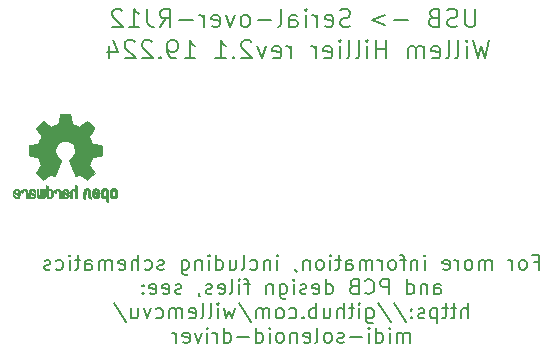
<source format=gbr>
G04 #@! TF.GenerationSoftware,KiCad,Pcbnew,(5.1.2)-2*
G04 #@! TF.CreationDate,2020-04-12T20:05:54-04:00*
G04 #@! TF.ProjectId,usb-serial-interface,7573622d-7365-4726-9961-6c2d696e7465,rev?*
G04 #@! TF.SameCoordinates,Original*
G04 #@! TF.FileFunction,Legend,Bot*
G04 #@! TF.FilePolarity,Positive*
%FSLAX46Y46*%
G04 Gerber Fmt 4.6, Leading zero omitted, Abs format (unit mm)*
G04 Created by KiCad (PCBNEW (5.1.2)-2) date 2020-04-12 20:05:54*
%MOMM*%
%LPD*%
G04 APERTURE LIST*
%ADD10C,0.152400*%
%ADD11C,0.177800*%
%ADD12C,0.010000*%
G04 APERTURE END LIST*
D10*
X124776428Y-89158185D02*
X125199761Y-89158185D01*
X125199761Y-89823423D02*
X125199761Y-88553423D01*
X124595000Y-88553423D01*
X123929761Y-89823423D02*
X124050714Y-89762947D01*
X124111190Y-89702471D01*
X124171666Y-89581519D01*
X124171666Y-89218661D01*
X124111190Y-89097709D01*
X124050714Y-89037233D01*
X123929761Y-88976757D01*
X123748333Y-88976757D01*
X123627380Y-89037233D01*
X123566904Y-89097709D01*
X123506428Y-89218661D01*
X123506428Y-89581519D01*
X123566904Y-89702471D01*
X123627380Y-89762947D01*
X123748333Y-89823423D01*
X123929761Y-89823423D01*
X122962142Y-89823423D02*
X122962142Y-88976757D01*
X122962142Y-89218661D02*
X122901666Y-89097709D01*
X122841190Y-89037233D01*
X122720238Y-88976757D01*
X122599285Y-88976757D01*
X121208333Y-89823423D02*
X121208333Y-88976757D01*
X121208333Y-89097709D02*
X121147857Y-89037233D01*
X121026904Y-88976757D01*
X120845476Y-88976757D01*
X120724523Y-89037233D01*
X120664047Y-89158185D01*
X120664047Y-89823423D01*
X120664047Y-89158185D02*
X120603571Y-89037233D01*
X120482619Y-88976757D01*
X120301190Y-88976757D01*
X120180238Y-89037233D01*
X120119761Y-89158185D01*
X120119761Y-89823423D01*
X119333571Y-89823423D02*
X119454523Y-89762947D01*
X119515000Y-89702471D01*
X119575476Y-89581519D01*
X119575476Y-89218661D01*
X119515000Y-89097709D01*
X119454523Y-89037233D01*
X119333571Y-88976757D01*
X119152142Y-88976757D01*
X119031190Y-89037233D01*
X118970714Y-89097709D01*
X118910238Y-89218661D01*
X118910238Y-89581519D01*
X118970714Y-89702471D01*
X119031190Y-89762947D01*
X119152142Y-89823423D01*
X119333571Y-89823423D01*
X118365952Y-89823423D02*
X118365952Y-88976757D01*
X118365952Y-89218661D02*
X118305476Y-89097709D01*
X118245000Y-89037233D01*
X118124047Y-88976757D01*
X118003095Y-88976757D01*
X117095952Y-89762947D02*
X117216904Y-89823423D01*
X117458809Y-89823423D01*
X117579761Y-89762947D01*
X117640238Y-89641995D01*
X117640238Y-89158185D01*
X117579761Y-89037233D01*
X117458809Y-88976757D01*
X117216904Y-88976757D01*
X117095952Y-89037233D01*
X117035476Y-89158185D01*
X117035476Y-89279138D01*
X117640238Y-89400090D01*
X115523571Y-89823423D02*
X115523571Y-88976757D01*
X115523571Y-88553423D02*
X115584047Y-88613900D01*
X115523571Y-88674376D01*
X115463095Y-88613900D01*
X115523571Y-88553423D01*
X115523571Y-88674376D01*
X114918809Y-88976757D02*
X114918809Y-89823423D01*
X114918809Y-89097709D02*
X114858333Y-89037233D01*
X114737380Y-88976757D01*
X114555952Y-88976757D01*
X114435000Y-89037233D01*
X114374523Y-89158185D01*
X114374523Y-89823423D01*
X113951190Y-88976757D02*
X113467380Y-88976757D01*
X113769761Y-89823423D02*
X113769761Y-88734852D01*
X113709285Y-88613900D01*
X113588333Y-88553423D01*
X113467380Y-88553423D01*
X112862619Y-89823423D02*
X112983571Y-89762947D01*
X113044047Y-89702471D01*
X113104523Y-89581519D01*
X113104523Y-89218661D01*
X113044047Y-89097709D01*
X112983571Y-89037233D01*
X112862619Y-88976757D01*
X112681190Y-88976757D01*
X112560238Y-89037233D01*
X112499761Y-89097709D01*
X112439285Y-89218661D01*
X112439285Y-89581519D01*
X112499761Y-89702471D01*
X112560238Y-89762947D01*
X112681190Y-89823423D01*
X112862619Y-89823423D01*
X111895000Y-89823423D02*
X111895000Y-88976757D01*
X111895000Y-89218661D02*
X111834523Y-89097709D01*
X111774047Y-89037233D01*
X111653095Y-88976757D01*
X111532142Y-88976757D01*
X111108809Y-89823423D02*
X111108809Y-88976757D01*
X111108809Y-89097709D02*
X111048333Y-89037233D01*
X110927380Y-88976757D01*
X110745952Y-88976757D01*
X110625000Y-89037233D01*
X110564523Y-89158185D01*
X110564523Y-89823423D01*
X110564523Y-89158185D02*
X110504047Y-89037233D01*
X110383095Y-88976757D01*
X110201666Y-88976757D01*
X110080714Y-89037233D01*
X110020238Y-89158185D01*
X110020238Y-89823423D01*
X108871190Y-89823423D02*
X108871190Y-89158185D01*
X108931666Y-89037233D01*
X109052619Y-88976757D01*
X109294523Y-88976757D01*
X109415476Y-89037233D01*
X108871190Y-89762947D02*
X108992142Y-89823423D01*
X109294523Y-89823423D01*
X109415476Y-89762947D01*
X109475952Y-89641995D01*
X109475952Y-89521042D01*
X109415476Y-89400090D01*
X109294523Y-89339614D01*
X108992142Y-89339614D01*
X108871190Y-89279138D01*
X108447857Y-88976757D02*
X107964047Y-88976757D01*
X108266428Y-88553423D02*
X108266428Y-89641995D01*
X108205952Y-89762947D01*
X108085000Y-89823423D01*
X107964047Y-89823423D01*
X107540714Y-89823423D02*
X107540714Y-88976757D01*
X107540714Y-88553423D02*
X107601190Y-88613900D01*
X107540714Y-88674376D01*
X107480238Y-88613900D01*
X107540714Y-88553423D01*
X107540714Y-88674376D01*
X106754523Y-89823423D02*
X106875476Y-89762947D01*
X106935952Y-89702471D01*
X106996428Y-89581519D01*
X106996428Y-89218661D01*
X106935952Y-89097709D01*
X106875476Y-89037233D01*
X106754523Y-88976757D01*
X106573095Y-88976757D01*
X106452142Y-89037233D01*
X106391666Y-89097709D01*
X106331190Y-89218661D01*
X106331190Y-89581519D01*
X106391666Y-89702471D01*
X106452142Y-89762947D01*
X106573095Y-89823423D01*
X106754523Y-89823423D01*
X105786904Y-88976757D02*
X105786904Y-89823423D01*
X105786904Y-89097709D02*
X105726428Y-89037233D01*
X105605476Y-88976757D01*
X105424047Y-88976757D01*
X105303095Y-89037233D01*
X105242619Y-89158185D01*
X105242619Y-89823423D01*
X104577380Y-89762947D02*
X104577380Y-89823423D01*
X104637857Y-89944376D01*
X104698333Y-90004852D01*
X103065476Y-89823423D02*
X103065476Y-88976757D01*
X103065476Y-88553423D02*
X103125952Y-88613900D01*
X103065476Y-88674376D01*
X103005000Y-88613900D01*
X103065476Y-88553423D01*
X103065476Y-88674376D01*
X102460714Y-88976757D02*
X102460714Y-89823423D01*
X102460714Y-89097709D02*
X102400238Y-89037233D01*
X102279285Y-88976757D01*
X102097857Y-88976757D01*
X101976904Y-89037233D01*
X101916428Y-89158185D01*
X101916428Y-89823423D01*
X100767380Y-89762947D02*
X100888333Y-89823423D01*
X101130238Y-89823423D01*
X101251190Y-89762947D01*
X101311666Y-89702471D01*
X101372142Y-89581519D01*
X101372142Y-89218661D01*
X101311666Y-89097709D01*
X101251190Y-89037233D01*
X101130238Y-88976757D01*
X100888333Y-88976757D01*
X100767380Y-89037233D01*
X100041666Y-89823423D02*
X100162619Y-89762947D01*
X100223095Y-89641995D01*
X100223095Y-88553423D01*
X99013571Y-88976757D02*
X99013571Y-89823423D01*
X99557857Y-88976757D02*
X99557857Y-89641995D01*
X99497380Y-89762947D01*
X99376428Y-89823423D01*
X99195000Y-89823423D01*
X99074047Y-89762947D01*
X99013571Y-89702471D01*
X97864523Y-89823423D02*
X97864523Y-88553423D01*
X97864523Y-89762947D02*
X97985476Y-89823423D01*
X98227380Y-89823423D01*
X98348333Y-89762947D01*
X98408809Y-89702471D01*
X98469285Y-89581519D01*
X98469285Y-89218661D01*
X98408809Y-89097709D01*
X98348333Y-89037233D01*
X98227380Y-88976757D01*
X97985476Y-88976757D01*
X97864523Y-89037233D01*
X97259761Y-89823423D02*
X97259761Y-88976757D01*
X97259761Y-88553423D02*
X97320238Y-88613900D01*
X97259761Y-88674376D01*
X97199285Y-88613900D01*
X97259761Y-88553423D01*
X97259761Y-88674376D01*
X96655000Y-88976757D02*
X96655000Y-89823423D01*
X96655000Y-89097709D02*
X96594523Y-89037233D01*
X96473571Y-88976757D01*
X96292142Y-88976757D01*
X96171190Y-89037233D01*
X96110714Y-89158185D01*
X96110714Y-89823423D01*
X94961666Y-88976757D02*
X94961666Y-90004852D01*
X95022142Y-90125804D01*
X95082619Y-90186280D01*
X95203571Y-90246757D01*
X95385000Y-90246757D01*
X95505952Y-90186280D01*
X94961666Y-89762947D02*
X95082619Y-89823423D01*
X95324523Y-89823423D01*
X95445476Y-89762947D01*
X95505952Y-89702471D01*
X95566428Y-89581519D01*
X95566428Y-89218661D01*
X95505952Y-89097709D01*
X95445476Y-89037233D01*
X95324523Y-88976757D01*
X95082619Y-88976757D01*
X94961666Y-89037233D01*
X93449761Y-89762947D02*
X93328809Y-89823423D01*
X93086904Y-89823423D01*
X92965952Y-89762947D01*
X92905476Y-89641995D01*
X92905476Y-89581519D01*
X92965952Y-89460566D01*
X93086904Y-89400090D01*
X93268333Y-89400090D01*
X93389285Y-89339614D01*
X93449761Y-89218661D01*
X93449761Y-89158185D01*
X93389285Y-89037233D01*
X93268333Y-88976757D01*
X93086904Y-88976757D01*
X92965952Y-89037233D01*
X91816904Y-89762947D02*
X91937857Y-89823423D01*
X92179761Y-89823423D01*
X92300714Y-89762947D01*
X92361190Y-89702471D01*
X92421666Y-89581519D01*
X92421666Y-89218661D01*
X92361190Y-89097709D01*
X92300714Y-89037233D01*
X92179761Y-88976757D01*
X91937857Y-88976757D01*
X91816904Y-89037233D01*
X91272619Y-89823423D02*
X91272619Y-88553423D01*
X90728333Y-89823423D02*
X90728333Y-89158185D01*
X90788809Y-89037233D01*
X90909761Y-88976757D01*
X91091190Y-88976757D01*
X91212142Y-89037233D01*
X91272619Y-89097709D01*
X89639761Y-89762947D02*
X89760714Y-89823423D01*
X90002619Y-89823423D01*
X90123571Y-89762947D01*
X90184047Y-89641995D01*
X90184047Y-89158185D01*
X90123571Y-89037233D01*
X90002619Y-88976757D01*
X89760714Y-88976757D01*
X89639761Y-89037233D01*
X89579285Y-89158185D01*
X89579285Y-89279138D01*
X90184047Y-89400090D01*
X89035000Y-89823423D02*
X89035000Y-88976757D01*
X89035000Y-89097709D02*
X88974523Y-89037233D01*
X88853571Y-88976757D01*
X88672142Y-88976757D01*
X88551190Y-89037233D01*
X88490714Y-89158185D01*
X88490714Y-89823423D01*
X88490714Y-89158185D02*
X88430238Y-89037233D01*
X88309285Y-88976757D01*
X88127857Y-88976757D01*
X88006904Y-89037233D01*
X87946428Y-89158185D01*
X87946428Y-89823423D01*
X86797380Y-89823423D02*
X86797380Y-89158185D01*
X86857857Y-89037233D01*
X86978809Y-88976757D01*
X87220714Y-88976757D01*
X87341666Y-89037233D01*
X86797380Y-89762947D02*
X86918333Y-89823423D01*
X87220714Y-89823423D01*
X87341666Y-89762947D01*
X87402142Y-89641995D01*
X87402142Y-89521042D01*
X87341666Y-89400090D01*
X87220714Y-89339614D01*
X86918333Y-89339614D01*
X86797380Y-89279138D01*
X86374047Y-88976757D02*
X85890238Y-88976757D01*
X86192619Y-88553423D02*
X86192619Y-89641995D01*
X86132142Y-89762947D01*
X86011190Y-89823423D01*
X85890238Y-89823423D01*
X85466904Y-89823423D02*
X85466904Y-88976757D01*
X85466904Y-88553423D02*
X85527380Y-88613900D01*
X85466904Y-88674376D01*
X85406428Y-88613900D01*
X85466904Y-88553423D01*
X85466904Y-88674376D01*
X84317857Y-89762947D02*
X84438809Y-89823423D01*
X84680714Y-89823423D01*
X84801666Y-89762947D01*
X84862142Y-89702471D01*
X84922619Y-89581519D01*
X84922619Y-89218661D01*
X84862142Y-89097709D01*
X84801666Y-89037233D01*
X84680714Y-88976757D01*
X84438809Y-88976757D01*
X84317857Y-89037233D01*
X83834047Y-89762947D02*
X83713095Y-89823423D01*
X83471190Y-89823423D01*
X83350238Y-89762947D01*
X83289761Y-89641995D01*
X83289761Y-89581519D01*
X83350238Y-89460566D01*
X83471190Y-89400090D01*
X83652619Y-89400090D01*
X83773571Y-89339614D01*
X83834047Y-89218661D01*
X83834047Y-89158185D01*
X83773571Y-89037233D01*
X83652619Y-88976757D01*
X83471190Y-88976757D01*
X83350238Y-89037233D01*
X116340000Y-91880823D02*
X116340000Y-91215585D01*
X116400476Y-91094633D01*
X116521428Y-91034157D01*
X116763333Y-91034157D01*
X116884285Y-91094633D01*
X116340000Y-91820347D02*
X116460952Y-91880823D01*
X116763333Y-91880823D01*
X116884285Y-91820347D01*
X116944761Y-91699395D01*
X116944761Y-91578442D01*
X116884285Y-91457490D01*
X116763333Y-91397014D01*
X116460952Y-91397014D01*
X116340000Y-91336538D01*
X115735238Y-91034157D02*
X115735238Y-91880823D01*
X115735238Y-91155109D02*
X115674761Y-91094633D01*
X115553809Y-91034157D01*
X115372380Y-91034157D01*
X115251428Y-91094633D01*
X115190952Y-91215585D01*
X115190952Y-91880823D01*
X114041904Y-91880823D02*
X114041904Y-90610823D01*
X114041904Y-91820347D02*
X114162857Y-91880823D01*
X114404761Y-91880823D01*
X114525714Y-91820347D01*
X114586190Y-91759871D01*
X114646666Y-91638919D01*
X114646666Y-91276061D01*
X114586190Y-91155109D01*
X114525714Y-91094633D01*
X114404761Y-91034157D01*
X114162857Y-91034157D01*
X114041904Y-91094633D01*
X112469523Y-91880823D02*
X112469523Y-90610823D01*
X111985714Y-90610823D01*
X111864761Y-90671300D01*
X111804285Y-90731776D01*
X111743809Y-90852728D01*
X111743809Y-91034157D01*
X111804285Y-91155109D01*
X111864761Y-91215585D01*
X111985714Y-91276061D01*
X112469523Y-91276061D01*
X110473809Y-91759871D02*
X110534285Y-91820347D01*
X110715714Y-91880823D01*
X110836666Y-91880823D01*
X111018095Y-91820347D01*
X111139047Y-91699395D01*
X111199523Y-91578442D01*
X111260000Y-91336538D01*
X111260000Y-91155109D01*
X111199523Y-90913204D01*
X111139047Y-90792252D01*
X111018095Y-90671300D01*
X110836666Y-90610823D01*
X110715714Y-90610823D01*
X110534285Y-90671300D01*
X110473809Y-90731776D01*
X109506190Y-91215585D02*
X109324761Y-91276061D01*
X109264285Y-91336538D01*
X109203809Y-91457490D01*
X109203809Y-91638919D01*
X109264285Y-91759871D01*
X109324761Y-91820347D01*
X109445714Y-91880823D01*
X109929523Y-91880823D01*
X109929523Y-90610823D01*
X109506190Y-90610823D01*
X109385238Y-90671300D01*
X109324761Y-90731776D01*
X109264285Y-90852728D01*
X109264285Y-90973680D01*
X109324761Y-91094633D01*
X109385238Y-91155109D01*
X109506190Y-91215585D01*
X109929523Y-91215585D01*
X107147619Y-91880823D02*
X107147619Y-90610823D01*
X107147619Y-91820347D02*
X107268571Y-91880823D01*
X107510476Y-91880823D01*
X107631428Y-91820347D01*
X107691904Y-91759871D01*
X107752380Y-91638919D01*
X107752380Y-91276061D01*
X107691904Y-91155109D01*
X107631428Y-91094633D01*
X107510476Y-91034157D01*
X107268571Y-91034157D01*
X107147619Y-91094633D01*
X106059047Y-91820347D02*
X106179999Y-91880823D01*
X106421904Y-91880823D01*
X106542857Y-91820347D01*
X106603333Y-91699395D01*
X106603333Y-91215585D01*
X106542857Y-91094633D01*
X106421904Y-91034157D01*
X106179999Y-91034157D01*
X106059047Y-91094633D01*
X105998571Y-91215585D01*
X105998571Y-91336538D01*
X106603333Y-91457490D01*
X105514761Y-91820347D02*
X105393809Y-91880823D01*
X105151904Y-91880823D01*
X105030952Y-91820347D01*
X104970476Y-91699395D01*
X104970476Y-91638919D01*
X105030952Y-91517966D01*
X105151904Y-91457490D01*
X105333333Y-91457490D01*
X105454285Y-91397014D01*
X105514761Y-91276061D01*
X105514761Y-91215585D01*
X105454285Y-91094633D01*
X105333333Y-91034157D01*
X105151904Y-91034157D01*
X105030952Y-91094633D01*
X104426190Y-91880823D02*
X104426190Y-91034157D01*
X104426190Y-90610823D02*
X104486666Y-90671300D01*
X104426190Y-90731776D01*
X104365714Y-90671300D01*
X104426190Y-90610823D01*
X104426190Y-90731776D01*
X103277142Y-91034157D02*
X103277142Y-92062252D01*
X103337619Y-92183204D01*
X103398095Y-92243680D01*
X103519047Y-92304157D01*
X103700476Y-92304157D01*
X103821428Y-92243680D01*
X103277142Y-91820347D02*
X103398095Y-91880823D01*
X103639999Y-91880823D01*
X103760952Y-91820347D01*
X103821428Y-91759871D01*
X103881904Y-91638919D01*
X103881904Y-91276061D01*
X103821428Y-91155109D01*
X103760952Y-91094633D01*
X103639999Y-91034157D01*
X103398095Y-91034157D01*
X103277142Y-91094633D01*
X102672380Y-91034157D02*
X102672380Y-91880823D01*
X102672380Y-91155109D02*
X102611904Y-91094633D01*
X102490952Y-91034157D01*
X102309523Y-91034157D01*
X102188571Y-91094633D01*
X102128095Y-91215585D01*
X102128095Y-91880823D01*
X100737142Y-91034157D02*
X100253333Y-91034157D01*
X100555714Y-91880823D02*
X100555714Y-90792252D01*
X100495238Y-90671300D01*
X100374285Y-90610823D01*
X100253333Y-90610823D01*
X99829999Y-91880823D02*
X99829999Y-91034157D01*
X99829999Y-90610823D02*
X99890476Y-90671300D01*
X99829999Y-90731776D01*
X99769523Y-90671300D01*
X99829999Y-90610823D01*
X99829999Y-90731776D01*
X99043809Y-91880823D02*
X99164761Y-91820347D01*
X99225238Y-91699395D01*
X99225238Y-90610823D01*
X98076190Y-91820347D02*
X98197142Y-91880823D01*
X98439047Y-91880823D01*
X98559999Y-91820347D01*
X98620476Y-91699395D01*
X98620476Y-91215585D01*
X98559999Y-91094633D01*
X98439047Y-91034157D01*
X98197142Y-91034157D01*
X98076190Y-91094633D01*
X98015714Y-91215585D01*
X98015714Y-91336538D01*
X98620476Y-91457490D01*
X97531904Y-91820347D02*
X97410952Y-91880823D01*
X97169047Y-91880823D01*
X97048095Y-91820347D01*
X96987619Y-91699395D01*
X96987619Y-91638919D01*
X97048095Y-91517966D01*
X97169047Y-91457490D01*
X97350476Y-91457490D01*
X97471428Y-91397014D01*
X97531904Y-91276061D01*
X97531904Y-91215585D01*
X97471428Y-91094633D01*
X97350476Y-91034157D01*
X97169047Y-91034157D01*
X97048095Y-91094633D01*
X96382857Y-91820347D02*
X96382857Y-91880823D01*
X96443333Y-92001776D01*
X96503809Y-92062252D01*
X94931428Y-91820347D02*
X94810476Y-91880823D01*
X94568571Y-91880823D01*
X94447619Y-91820347D01*
X94387142Y-91699395D01*
X94387142Y-91638919D01*
X94447619Y-91517966D01*
X94568571Y-91457490D01*
X94749999Y-91457490D01*
X94870952Y-91397014D01*
X94931428Y-91276061D01*
X94931428Y-91215585D01*
X94870952Y-91094633D01*
X94749999Y-91034157D01*
X94568571Y-91034157D01*
X94447619Y-91094633D01*
X93359047Y-91820347D02*
X93479999Y-91880823D01*
X93721904Y-91880823D01*
X93842857Y-91820347D01*
X93903333Y-91699395D01*
X93903333Y-91215585D01*
X93842857Y-91094633D01*
X93721904Y-91034157D01*
X93479999Y-91034157D01*
X93359047Y-91094633D01*
X93298571Y-91215585D01*
X93298571Y-91336538D01*
X93903333Y-91457490D01*
X92270476Y-91820347D02*
X92391428Y-91880823D01*
X92633333Y-91880823D01*
X92754285Y-91820347D01*
X92814761Y-91699395D01*
X92814761Y-91215585D01*
X92754285Y-91094633D01*
X92633333Y-91034157D01*
X92391428Y-91034157D01*
X92270476Y-91094633D01*
X92209999Y-91215585D01*
X92209999Y-91336538D01*
X92814761Y-91457490D01*
X91665714Y-91759871D02*
X91605238Y-91820347D01*
X91665714Y-91880823D01*
X91726190Y-91820347D01*
X91665714Y-91759871D01*
X91665714Y-91880823D01*
X91665714Y-91094633D02*
X91605238Y-91155109D01*
X91665714Y-91215585D01*
X91726190Y-91155109D01*
X91665714Y-91094633D01*
X91665714Y-91215585D01*
X119182380Y-93938223D02*
X119182380Y-92668223D01*
X118638095Y-93938223D02*
X118638095Y-93272985D01*
X118698571Y-93152033D01*
X118819523Y-93091557D01*
X119000952Y-93091557D01*
X119121904Y-93152033D01*
X119182380Y-93212509D01*
X118214761Y-93091557D02*
X117730952Y-93091557D01*
X118033333Y-92668223D02*
X118033333Y-93756795D01*
X117972857Y-93877747D01*
X117851904Y-93938223D01*
X117730952Y-93938223D01*
X117489047Y-93091557D02*
X117005238Y-93091557D01*
X117307619Y-92668223D02*
X117307619Y-93756795D01*
X117247142Y-93877747D01*
X117126190Y-93938223D01*
X117005238Y-93938223D01*
X116581904Y-93091557D02*
X116581904Y-94361557D01*
X116581904Y-93152033D02*
X116460952Y-93091557D01*
X116219047Y-93091557D01*
X116098095Y-93152033D01*
X116037619Y-93212509D01*
X115977142Y-93333461D01*
X115977142Y-93696319D01*
X116037619Y-93817271D01*
X116098095Y-93877747D01*
X116219047Y-93938223D01*
X116460952Y-93938223D01*
X116581904Y-93877747D01*
X115493333Y-93877747D02*
X115372380Y-93938223D01*
X115130476Y-93938223D01*
X115009523Y-93877747D01*
X114949047Y-93756795D01*
X114949047Y-93696319D01*
X115009523Y-93575366D01*
X115130476Y-93514890D01*
X115311904Y-93514890D01*
X115432857Y-93454414D01*
X115493333Y-93333461D01*
X115493333Y-93272985D01*
X115432857Y-93152033D01*
X115311904Y-93091557D01*
X115130476Y-93091557D01*
X115009523Y-93152033D01*
X114404761Y-93817271D02*
X114344285Y-93877747D01*
X114404761Y-93938223D01*
X114465238Y-93877747D01*
X114404761Y-93817271D01*
X114404761Y-93938223D01*
X114404761Y-93152033D02*
X114344285Y-93212509D01*
X114404761Y-93272985D01*
X114465238Y-93212509D01*
X114404761Y-93152033D01*
X114404761Y-93272985D01*
X112892857Y-92607747D02*
X113981428Y-94240604D01*
X111562380Y-92607747D02*
X112650952Y-94240604D01*
X110594761Y-93091557D02*
X110594761Y-94119652D01*
X110655238Y-94240604D01*
X110715714Y-94301080D01*
X110836666Y-94361557D01*
X111018095Y-94361557D01*
X111139047Y-94301080D01*
X110594761Y-93877747D02*
X110715714Y-93938223D01*
X110957619Y-93938223D01*
X111078571Y-93877747D01*
X111139047Y-93817271D01*
X111199523Y-93696319D01*
X111199523Y-93333461D01*
X111139047Y-93212509D01*
X111078571Y-93152033D01*
X110957619Y-93091557D01*
X110715714Y-93091557D01*
X110594761Y-93152033D01*
X109990000Y-93938223D02*
X109990000Y-93091557D01*
X109990000Y-92668223D02*
X110050476Y-92728700D01*
X109990000Y-92789176D01*
X109929523Y-92728700D01*
X109990000Y-92668223D01*
X109990000Y-92789176D01*
X109566666Y-93091557D02*
X109082857Y-93091557D01*
X109385238Y-92668223D02*
X109385238Y-93756795D01*
X109324761Y-93877747D01*
X109203809Y-93938223D01*
X109082857Y-93938223D01*
X108659523Y-93938223D02*
X108659523Y-92668223D01*
X108115238Y-93938223D02*
X108115238Y-93272985D01*
X108175714Y-93152033D01*
X108296666Y-93091557D01*
X108478095Y-93091557D01*
X108599047Y-93152033D01*
X108659523Y-93212509D01*
X106966190Y-93091557D02*
X106966190Y-93938223D01*
X107510476Y-93091557D02*
X107510476Y-93756795D01*
X107450000Y-93877747D01*
X107329047Y-93938223D01*
X107147619Y-93938223D01*
X107026666Y-93877747D01*
X106966190Y-93817271D01*
X106361428Y-93938223D02*
X106361428Y-92668223D01*
X106361428Y-93152033D02*
X106240476Y-93091557D01*
X105998571Y-93091557D01*
X105877619Y-93152033D01*
X105817142Y-93212509D01*
X105756666Y-93333461D01*
X105756666Y-93696319D01*
X105817142Y-93817271D01*
X105877619Y-93877747D01*
X105998571Y-93938223D01*
X106240476Y-93938223D01*
X106361428Y-93877747D01*
X105212380Y-93817271D02*
X105151904Y-93877747D01*
X105212380Y-93938223D01*
X105272857Y-93877747D01*
X105212380Y-93817271D01*
X105212380Y-93938223D01*
X104063333Y-93877747D02*
X104184285Y-93938223D01*
X104426190Y-93938223D01*
X104547142Y-93877747D01*
X104607619Y-93817271D01*
X104668095Y-93696319D01*
X104668095Y-93333461D01*
X104607619Y-93212509D01*
X104547142Y-93152033D01*
X104426190Y-93091557D01*
X104184285Y-93091557D01*
X104063333Y-93152033D01*
X103337619Y-93938223D02*
X103458571Y-93877747D01*
X103519047Y-93817271D01*
X103579523Y-93696319D01*
X103579523Y-93333461D01*
X103519047Y-93212509D01*
X103458571Y-93152033D01*
X103337619Y-93091557D01*
X103156190Y-93091557D01*
X103035238Y-93152033D01*
X102974761Y-93212509D01*
X102914285Y-93333461D01*
X102914285Y-93696319D01*
X102974761Y-93817271D01*
X103035238Y-93877747D01*
X103156190Y-93938223D01*
X103337619Y-93938223D01*
X102369999Y-93938223D02*
X102369999Y-93091557D01*
X102369999Y-93212509D02*
X102309523Y-93152033D01*
X102188571Y-93091557D01*
X102007142Y-93091557D01*
X101886190Y-93152033D01*
X101825714Y-93272985D01*
X101825714Y-93938223D01*
X101825714Y-93272985D02*
X101765238Y-93152033D01*
X101644285Y-93091557D01*
X101462857Y-93091557D01*
X101341904Y-93152033D01*
X101281428Y-93272985D01*
X101281428Y-93938223D01*
X99769523Y-92607747D02*
X100858095Y-94240604D01*
X99467142Y-93091557D02*
X99225238Y-93938223D01*
X98983333Y-93333461D01*
X98741428Y-93938223D01*
X98499523Y-93091557D01*
X98015714Y-93938223D02*
X98015714Y-93091557D01*
X98015714Y-92668223D02*
X98076190Y-92728700D01*
X98015714Y-92789176D01*
X97955238Y-92728700D01*
X98015714Y-92668223D01*
X98015714Y-92789176D01*
X97229523Y-93938223D02*
X97350476Y-93877747D01*
X97410952Y-93756795D01*
X97410952Y-92668223D01*
X96564285Y-93938223D02*
X96685238Y-93877747D01*
X96745714Y-93756795D01*
X96745714Y-92668223D01*
X95596666Y-93877747D02*
X95717619Y-93938223D01*
X95959523Y-93938223D01*
X96080476Y-93877747D01*
X96140952Y-93756795D01*
X96140952Y-93272985D01*
X96080476Y-93152033D01*
X95959523Y-93091557D01*
X95717619Y-93091557D01*
X95596666Y-93152033D01*
X95536190Y-93272985D01*
X95536190Y-93393938D01*
X96140952Y-93514890D01*
X94991904Y-93938223D02*
X94991904Y-93091557D01*
X94991904Y-93212509D02*
X94931428Y-93152033D01*
X94810476Y-93091557D01*
X94629047Y-93091557D01*
X94508095Y-93152033D01*
X94447619Y-93272985D01*
X94447619Y-93938223D01*
X94447619Y-93272985D02*
X94387142Y-93152033D01*
X94266190Y-93091557D01*
X94084761Y-93091557D01*
X93963809Y-93152033D01*
X93903333Y-93272985D01*
X93903333Y-93938223D01*
X92754285Y-93877747D02*
X92875238Y-93938223D01*
X93117142Y-93938223D01*
X93238095Y-93877747D01*
X93298571Y-93817271D01*
X93359047Y-93696319D01*
X93359047Y-93333461D01*
X93298571Y-93212509D01*
X93238095Y-93152033D01*
X93117142Y-93091557D01*
X92875238Y-93091557D01*
X92754285Y-93152033D01*
X92330952Y-93091557D02*
X92028571Y-93938223D01*
X91726190Y-93091557D01*
X90698095Y-93091557D02*
X90698095Y-93938223D01*
X91242380Y-93091557D02*
X91242380Y-93756795D01*
X91181904Y-93877747D01*
X91060952Y-93938223D01*
X90879523Y-93938223D01*
X90758571Y-93877747D01*
X90698095Y-93817271D01*
X89186190Y-92607747D02*
X90274761Y-94240604D01*
X114253571Y-95995623D02*
X114253571Y-95148957D01*
X114253571Y-95269909D02*
X114193095Y-95209433D01*
X114072142Y-95148957D01*
X113890714Y-95148957D01*
X113769761Y-95209433D01*
X113709285Y-95330385D01*
X113709285Y-95995623D01*
X113709285Y-95330385D02*
X113648809Y-95209433D01*
X113527857Y-95148957D01*
X113346428Y-95148957D01*
X113225476Y-95209433D01*
X113165000Y-95330385D01*
X113165000Y-95995623D01*
X112560238Y-95995623D02*
X112560238Y-95148957D01*
X112560238Y-94725623D02*
X112620714Y-94786100D01*
X112560238Y-94846576D01*
X112499761Y-94786100D01*
X112560238Y-94725623D01*
X112560238Y-94846576D01*
X111411190Y-95995623D02*
X111411190Y-94725623D01*
X111411190Y-95935147D02*
X111532142Y-95995623D01*
X111774047Y-95995623D01*
X111895000Y-95935147D01*
X111955476Y-95874671D01*
X112015952Y-95753719D01*
X112015952Y-95390861D01*
X111955476Y-95269909D01*
X111895000Y-95209433D01*
X111774047Y-95148957D01*
X111532142Y-95148957D01*
X111411190Y-95209433D01*
X110806428Y-95995623D02*
X110806428Y-95148957D01*
X110806428Y-94725623D02*
X110866904Y-94786100D01*
X110806428Y-94846576D01*
X110745952Y-94786100D01*
X110806428Y-94725623D01*
X110806428Y-94846576D01*
X110201666Y-95511814D02*
X109234047Y-95511814D01*
X108689761Y-95935147D02*
X108568809Y-95995623D01*
X108326904Y-95995623D01*
X108205952Y-95935147D01*
X108145476Y-95814195D01*
X108145476Y-95753719D01*
X108205952Y-95632766D01*
X108326904Y-95572290D01*
X108508333Y-95572290D01*
X108629285Y-95511814D01*
X108689761Y-95390861D01*
X108689761Y-95330385D01*
X108629285Y-95209433D01*
X108508333Y-95148957D01*
X108326904Y-95148957D01*
X108205952Y-95209433D01*
X107419761Y-95995623D02*
X107540714Y-95935147D01*
X107601190Y-95874671D01*
X107661666Y-95753719D01*
X107661666Y-95390861D01*
X107601190Y-95269909D01*
X107540714Y-95209433D01*
X107419761Y-95148957D01*
X107238333Y-95148957D01*
X107117380Y-95209433D01*
X107056904Y-95269909D01*
X106996428Y-95390861D01*
X106996428Y-95753719D01*
X107056904Y-95874671D01*
X107117380Y-95935147D01*
X107238333Y-95995623D01*
X107419761Y-95995623D01*
X106270714Y-95995623D02*
X106391666Y-95935147D01*
X106452142Y-95814195D01*
X106452142Y-94725623D01*
X105303095Y-95935147D02*
X105424047Y-95995623D01*
X105665952Y-95995623D01*
X105786904Y-95935147D01*
X105847380Y-95814195D01*
X105847380Y-95330385D01*
X105786904Y-95209433D01*
X105665952Y-95148957D01*
X105424047Y-95148957D01*
X105303095Y-95209433D01*
X105242619Y-95330385D01*
X105242619Y-95451338D01*
X105847380Y-95572290D01*
X104698333Y-95148957D02*
X104698333Y-95995623D01*
X104698333Y-95269909D02*
X104637857Y-95209433D01*
X104516904Y-95148957D01*
X104335476Y-95148957D01*
X104214523Y-95209433D01*
X104154047Y-95330385D01*
X104154047Y-95995623D01*
X103367857Y-95995623D02*
X103488809Y-95935147D01*
X103549285Y-95874671D01*
X103609761Y-95753719D01*
X103609761Y-95390861D01*
X103549285Y-95269909D01*
X103488809Y-95209433D01*
X103367857Y-95148957D01*
X103186428Y-95148957D01*
X103065476Y-95209433D01*
X103005000Y-95269909D01*
X102944523Y-95390861D01*
X102944523Y-95753719D01*
X103005000Y-95874671D01*
X103065476Y-95935147D01*
X103186428Y-95995623D01*
X103367857Y-95995623D01*
X102400238Y-95995623D02*
X102400238Y-95148957D01*
X102400238Y-94725623D02*
X102460714Y-94786100D01*
X102400238Y-94846576D01*
X102339761Y-94786100D01*
X102400238Y-94725623D01*
X102400238Y-94846576D01*
X101251190Y-95995623D02*
X101251190Y-94725623D01*
X101251190Y-95935147D02*
X101372142Y-95995623D01*
X101614047Y-95995623D01*
X101735000Y-95935147D01*
X101795476Y-95874671D01*
X101855952Y-95753719D01*
X101855952Y-95390861D01*
X101795476Y-95269909D01*
X101735000Y-95209433D01*
X101614047Y-95148957D01*
X101372142Y-95148957D01*
X101251190Y-95209433D01*
X100646428Y-95511814D02*
X99678809Y-95511814D01*
X98529761Y-95995623D02*
X98529761Y-94725623D01*
X98529761Y-95935147D02*
X98650714Y-95995623D01*
X98892619Y-95995623D01*
X99013571Y-95935147D01*
X99074047Y-95874671D01*
X99134523Y-95753719D01*
X99134523Y-95390861D01*
X99074047Y-95269909D01*
X99013571Y-95209433D01*
X98892619Y-95148957D01*
X98650714Y-95148957D01*
X98529761Y-95209433D01*
X97925000Y-95995623D02*
X97925000Y-95148957D01*
X97925000Y-95390861D02*
X97864523Y-95269909D01*
X97804047Y-95209433D01*
X97683095Y-95148957D01*
X97562142Y-95148957D01*
X97138809Y-95995623D02*
X97138809Y-95148957D01*
X97138809Y-94725623D02*
X97199285Y-94786100D01*
X97138809Y-94846576D01*
X97078333Y-94786100D01*
X97138809Y-94725623D01*
X97138809Y-94846576D01*
X96655000Y-95148957D02*
X96352619Y-95995623D01*
X96050238Y-95148957D01*
X95082619Y-95935147D02*
X95203571Y-95995623D01*
X95445476Y-95995623D01*
X95566428Y-95935147D01*
X95626904Y-95814195D01*
X95626904Y-95330385D01*
X95566428Y-95209433D01*
X95445476Y-95148957D01*
X95203571Y-95148957D01*
X95082619Y-95209433D01*
X95022142Y-95330385D01*
X95022142Y-95451338D01*
X95626904Y-95572290D01*
X94477857Y-95995623D02*
X94477857Y-95148957D01*
X94477857Y-95390861D02*
X94417380Y-95269909D01*
X94356904Y-95209433D01*
X94235952Y-95148957D01*
X94115000Y-95148957D01*
D11*
X120958428Y-70400428D02*
X120595571Y-71924428D01*
X120305285Y-70835857D01*
X120015000Y-71924428D01*
X119652142Y-70400428D01*
X119071571Y-71924428D02*
X119071571Y-70908428D01*
X119071571Y-70400428D02*
X119144142Y-70473000D01*
X119071571Y-70545571D01*
X118999000Y-70473000D01*
X119071571Y-70400428D01*
X119071571Y-70545571D01*
X118128142Y-71924428D02*
X118273285Y-71851857D01*
X118345857Y-71706714D01*
X118345857Y-70400428D01*
X117329857Y-71924428D02*
X117475000Y-71851857D01*
X117547571Y-71706714D01*
X117547571Y-70400428D01*
X116168714Y-71851857D02*
X116313857Y-71924428D01*
X116604142Y-71924428D01*
X116749285Y-71851857D01*
X116821857Y-71706714D01*
X116821857Y-71126142D01*
X116749285Y-70981000D01*
X116604142Y-70908428D01*
X116313857Y-70908428D01*
X116168714Y-70981000D01*
X116096142Y-71126142D01*
X116096142Y-71271285D01*
X116821857Y-71416428D01*
X115443000Y-71924428D02*
X115443000Y-70908428D01*
X115443000Y-71053571D02*
X115370428Y-70981000D01*
X115225285Y-70908428D01*
X115007571Y-70908428D01*
X114862428Y-70981000D01*
X114789857Y-71126142D01*
X114789857Y-71924428D01*
X114789857Y-71126142D02*
X114717285Y-70981000D01*
X114572142Y-70908428D01*
X114354428Y-70908428D01*
X114209285Y-70981000D01*
X114136714Y-71126142D01*
X114136714Y-71924428D01*
X112249857Y-71924428D02*
X112249857Y-70400428D01*
X112249857Y-71126142D02*
X111379000Y-71126142D01*
X111379000Y-71924428D02*
X111379000Y-70400428D01*
X110653285Y-71924428D02*
X110653285Y-70908428D01*
X110653285Y-70400428D02*
X110725857Y-70473000D01*
X110653285Y-70545571D01*
X110580714Y-70473000D01*
X110653285Y-70400428D01*
X110653285Y-70545571D01*
X109709857Y-71924428D02*
X109855000Y-71851857D01*
X109927571Y-71706714D01*
X109927571Y-70400428D01*
X108911571Y-71924428D02*
X109056714Y-71851857D01*
X109129285Y-71706714D01*
X109129285Y-70400428D01*
X108331000Y-71924428D02*
X108331000Y-70908428D01*
X108331000Y-70400428D02*
X108403571Y-70473000D01*
X108331000Y-70545571D01*
X108258428Y-70473000D01*
X108331000Y-70400428D01*
X108331000Y-70545571D01*
X107024714Y-71851857D02*
X107169857Y-71924428D01*
X107460142Y-71924428D01*
X107605285Y-71851857D01*
X107677857Y-71706714D01*
X107677857Y-71126142D01*
X107605285Y-70981000D01*
X107460142Y-70908428D01*
X107169857Y-70908428D01*
X107024714Y-70981000D01*
X106952142Y-71126142D01*
X106952142Y-71271285D01*
X107677857Y-71416428D01*
X106299000Y-71924428D02*
X106299000Y-70908428D01*
X106299000Y-71198714D02*
X106226428Y-71053571D01*
X106153857Y-70981000D01*
X106008714Y-70908428D01*
X105863571Y-70908428D01*
X104194428Y-71924428D02*
X104194428Y-70908428D01*
X104194428Y-71198714D02*
X104121857Y-71053571D01*
X104049285Y-70981000D01*
X103904142Y-70908428D01*
X103759000Y-70908428D01*
X102670428Y-71851857D02*
X102815571Y-71924428D01*
X103105857Y-71924428D01*
X103251000Y-71851857D01*
X103323571Y-71706714D01*
X103323571Y-71126142D01*
X103251000Y-70981000D01*
X103105857Y-70908428D01*
X102815571Y-70908428D01*
X102670428Y-70981000D01*
X102597857Y-71126142D01*
X102597857Y-71271285D01*
X103323571Y-71416428D01*
X102089857Y-70908428D02*
X101727000Y-71924428D01*
X101364142Y-70908428D01*
X100856142Y-70545571D02*
X100783571Y-70473000D01*
X100638428Y-70400428D01*
X100275571Y-70400428D01*
X100130428Y-70473000D01*
X100057857Y-70545571D01*
X99985285Y-70690714D01*
X99985285Y-70835857D01*
X100057857Y-71053571D01*
X100928714Y-71924428D01*
X99985285Y-71924428D01*
X99332142Y-71779285D02*
X99259571Y-71851857D01*
X99332142Y-71924428D01*
X99404714Y-71851857D01*
X99332142Y-71779285D01*
X99332142Y-71924428D01*
X97808142Y-71924428D02*
X98679000Y-71924428D01*
X98243571Y-71924428D02*
X98243571Y-70400428D01*
X98388714Y-70618142D01*
X98533857Y-70763285D01*
X98679000Y-70835857D01*
X95195571Y-71924428D02*
X96066428Y-71924428D01*
X95631000Y-71924428D02*
X95631000Y-70400428D01*
X95776142Y-70618142D01*
X95921285Y-70763285D01*
X96066428Y-70835857D01*
X94469857Y-71924428D02*
X94179571Y-71924428D01*
X94034428Y-71851857D01*
X93961857Y-71779285D01*
X93816714Y-71561571D01*
X93744142Y-71271285D01*
X93744142Y-70690714D01*
X93816714Y-70545571D01*
X93889285Y-70473000D01*
X94034428Y-70400428D01*
X94324714Y-70400428D01*
X94469857Y-70473000D01*
X94542428Y-70545571D01*
X94615000Y-70690714D01*
X94615000Y-71053571D01*
X94542428Y-71198714D01*
X94469857Y-71271285D01*
X94324714Y-71343857D01*
X94034428Y-71343857D01*
X93889285Y-71271285D01*
X93816714Y-71198714D01*
X93744142Y-71053571D01*
X93091000Y-71779285D02*
X93018428Y-71851857D01*
X93091000Y-71924428D01*
X93163571Y-71851857D01*
X93091000Y-71779285D01*
X93091000Y-71924428D01*
X92437857Y-70545571D02*
X92365285Y-70473000D01*
X92220142Y-70400428D01*
X91857285Y-70400428D01*
X91712142Y-70473000D01*
X91639571Y-70545571D01*
X91567000Y-70690714D01*
X91567000Y-70835857D01*
X91639571Y-71053571D01*
X92510428Y-71924428D01*
X91567000Y-71924428D01*
X90986428Y-70545571D02*
X90913857Y-70473000D01*
X90768714Y-70400428D01*
X90405857Y-70400428D01*
X90260714Y-70473000D01*
X90188142Y-70545571D01*
X90115571Y-70690714D01*
X90115571Y-70835857D01*
X90188142Y-71053571D01*
X91059000Y-71924428D01*
X90115571Y-71924428D01*
X88809285Y-70908428D02*
X88809285Y-71924428D01*
X89172142Y-70327857D02*
X89535000Y-71416428D01*
X88591571Y-71416428D01*
X119823857Y-67745428D02*
X119823857Y-68979142D01*
X119751285Y-69124285D01*
X119678714Y-69196857D01*
X119533571Y-69269428D01*
X119243285Y-69269428D01*
X119098142Y-69196857D01*
X119025571Y-69124285D01*
X118953000Y-68979142D01*
X118953000Y-67745428D01*
X118299857Y-69196857D02*
X118082142Y-69269428D01*
X117719285Y-69269428D01*
X117574142Y-69196857D01*
X117501571Y-69124285D01*
X117429000Y-68979142D01*
X117429000Y-68834000D01*
X117501571Y-68688857D01*
X117574142Y-68616285D01*
X117719285Y-68543714D01*
X118009571Y-68471142D01*
X118154714Y-68398571D01*
X118227285Y-68326000D01*
X118299857Y-68180857D01*
X118299857Y-68035714D01*
X118227285Y-67890571D01*
X118154714Y-67818000D01*
X118009571Y-67745428D01*
X117646714Y-67745428D01*
X117429000Y-67818000D01*
X116267857Y-68471142D02*
X116050142Y-68543714D01*
X115977571Y-68616285D01*
X115905000Y-68761428D01*
X115905000Y-68979142D01*
X115977571Y-69124285D01*
X116050142Y-69196857D01*
X116195285Y-69269428D01*
X116775857Y-69269428D01*
X116775857Y-67745428D01*
X116267857Y-67745428D01*
X116122714Y-67818000D01*
X116050142Y-67890571D01*
X115977571Y-68035714D01*
X115977571Y-68180857D01*
X116050142Y-68326000D01*
X116122714Y-68398571D01*
X116267857Y-68471142D01*
X116775857Y-68471142D01*
X114090714Y-68688857D02*
X112929571Y-68688857D01*
X112203857Y-68253428D02*
X111042714Y-68688857D01*
X112203857Y-69124285D01*
X109228428Y-69196857D02*
X109010714Y-69269428D01*
X108647857Y-69269428D01*
X108502714Y-69196857D01*
X108430142Y-69124285D01*
X108357571Y-68979142D01*
X108357571Y-68834000D01*
X108430142Y-68688857D01*
X108502714Y-68616285D01*
X108647857Y-68543714D01*
X108938142Y-68471142D01*
X109083285Y-68398571D01*
X109155857Y-68326000D01*
X109228428Y-68180857D01*
X109228428Y-68035714D01*
X109155857Y-67890571D01*
X109083285Y-67818000D01*
X108938142Y-67745428D01*
X108575285Y-67745428D01*
X108357571Y-67818000D01*
X107123857Y-69196857D02*
X107269000Y-69269428D01*
X107559285Y-69269428D01*
X107704428Y-69196857D01*
X107777000Y-69051714D01*
X107777000Y-68471142D01*
X107704428Y-68326000D01*
X107559285Y-68253428D01*
X107269000Y-68253428D01*
X107123857Y-68326000D01*
X107051285Y-68471142D01*
X107051285Y-68616285D01*
X107777000Y-68761428D01*
X106398142Y-69269428D02*
X106398142Y-68253428D01*
X106398142Y-68543714D02*
X106325571Y-68398571D01*
X106253000Y-68326000D01*
X106107857Y-68253428D01*
X105962714Y-68253428D01*
X105454714Y-69269428D02*
X105454714Y-68253428D01*
X105454714Y-67745428D02*
X105527285Y-67818000D01*
X105454714Y-67890571D01*
X105382142Y-67818000D01*
X105454714Y-67745428D01*
X105454714Y-67890571D01*
X104075857Y-69269428D02*
X104075857Y-68471142D01*
X104148428Y-68326000D01*
X104293571Y-68253428D01*
X104583857Y-68253428D01*
X104729000Y-68326000D01*
X104075857Y-69196857D02*
X104221000Y-69269428D01*
X104583857Y-69269428D01*
X104729000Y-69196857D01*
X104801571Y-69051714D01*
X104801571Y-68906571D01*
X104729000Y-68761428D01*
X104583857Y-68688857D01*
X104221000Y-68688857D01*
X104075857Y-68616285D01*
X103132428Y-69269428D02*
X103277571Y-69196857D01*
X103350142Y-69051714D01*
X103350142Y-67745428D01*
X102551857Y-68688857D02*
X101390714Y-68688857D01*
X100447285Y-69269428D02*
X100592428Y-69196857D01*
X100665000Y-69124285D01*
X100737571Y-68979142D01*
X100737571Y-68543714D01*
X100665000Y-68398571D01*
X100592428Y-68326000D01*
X100447285Y-68253428D01*
X100229571Y-68253428D01*
X100084428Y-68326000D01*
X100011857Y-68398571D01*
X99939285Y-68543714D01*
X99939285Y-68979142D01*
X100011857Y-69124285D01*
X100084428Y-69196857D01*
X100229571Y-69269428D01*
X100447285Y-69269428D01*
X99431285Y-68253428D02*
X99068428Y-69269428D01*
X98705571Y-68253428D01*
X97544428Y-69196857D02*
X97689571Y-69269428D01*
X97979857Y-69269428D01*
X98125000Y-69196857D01*
X98197571Y-69051714D01*
X98197571Y-68471142D01*
X98125000Y-68326000D01*
X97979857Y-68253428D01*
X97689571Y-68253428D01*
X97544428Y-68326000D01*
X97471857Y-68471142D01*
X97471857Y-68616285D01*
X98197571Y-68761428D01*
X96818714Y-69269428D02*
X96818714Y-68253428D01*
X96818714Y-68543714D02*
X96746142Y-68398571D01*
X96673571Y-68326000D01*
X96528428Y-68253428D01*
X96383285Y-68253428D01*
X95875285Y-68688857D02*
X94714142Y-68688857D01*
X93117571Y-69269428D02*
X93625571Y-68543714D01*
X93988428Y-69269428D02*
X93988428Y-67745428D01*
X93407857Y-67745428D01*
X93262714Y-67818000D01*
X93190142Y-67890571D01*
X93117571Y-68035714D01*
X93117571Y-68253428D01*
X93190142Y-68398571D01*
X93262714Y-68471142D01*
X93407857Y-68543714D01*
X93988428Y-68543714D01*
X92029000Y-67745428D02*
X92029000Y-68834000D01*
X92101571Y-69051714D01*
X92246714Y-69196857D01*
X92464428Y-69269428D01*
X92609571Y-69269428D01*
X90505000Y-69269428D02*
X91375857Y-69269428D01*
X90940428Y-69269428D02*
X90940428Y-67745428D01*
X91085571Y-67963142D01*
X91230714Y-68108285D01*
X91375857Y-68180857D01*
X89924428Y-67890571D02*
X89851857Y-67818000D01*
X89706714Y-67745428D01*
X89343857Y-67745428D01*
X89198714Y-67818000D01*
X89126142Y-67890571D01*
X89053571Y-68035714D01*
X89053571Y-68180857D01*
X89126142Y-68398571D01*
X89997000Y-69269428D01*
X89053571Y-69269428D01*
D12*
G36*
X84950122Y-76629776D02*
G01*
X84844388Y-76630355D01*
X84767868Y-76631922D01*
X84715628Y-76634972D01*
X84682737Y-76639996D01*
X84664263Y-76647489D01*
X84655273Y-76657944D01*
X84650837Y-76671853D01*
X84650406Y-76673654D01*
X84643667Y-76706145D01*
X84631192Y-76770252D01*
X84614281Y-76859151D01*
X84594229Y-76966019D01*
X84572336Y-77084033D01*
X84571571Y-77088178D01*
X84549641Y-77203831D01*
X84529123Y-77306014D01*
X84511341Y-77388598D01*
X84497619Y-77445456D01*
X84489282Y-77470458D01*
X84488884Y-77470901D01*
X84464323Y-77483110D01*
X84413685Y-77503456D01*
X84347905Y-77527545D01*
X84347539Y-77527674D01*
X84264683Y-77558818D01*
X84167000Y-77598491D01*
X84074923Y-77638381D01*
X84070566Y-77640353D01*
X83920593Y-77708420D01*
X83588502Y-77481639D01*
X83486626Y-77412504D01*
X83394343Y-77350697D01*
X83316997Y-77299733D01*
X83259936Y-77263127D01*
X83228505Y-77244394D01*
X83225521Y-77243004D01*
X83202679Y-77249190D01*
X83160018Y-77279035D01*
X83095872Y-77333947D01*
X83008579Y-77415334D01*
X82919465Y-77501922D01*
X82833559Y-77587247D01*
X82756673Y-77665108D01*
X82693436Y-77730697D01*
X82648477Y-77779205D01*
X82626424Y-77805825D01*
X82625604Y-77807195D01*
X82623166Y-77825463D01*
X82632350Y-77855295D01*
X82655426Y-77900721D01*
X82694663Y-77965770D01*
X82752330Y-78054470D01*
X82829205Y-78168657D01*
X82897430Y-78269162D01*
X82958418Y-78359303D01*
X83008644Y-78433849D01*
X83044584Y-78487565D01*
X83062713Y-78515218D01*
X83063854Y-78517095D01*
X83061641Y-78543590D01*
X83044862Y-78595086D01*
X83016858Y-78661851D01*
X83006878Y-78683172D01*
X82963328Y-78778159D01*
X82916866Y-78885937D01*
X82879123Y-78979192D01*
X82851927Y-79048406D01*
X82830325Y-79101006D01*
X82817842Y-79128497D01*
X82816291Y-79130616D01*
X82793332Y-79134124D01*
X82739214Y-79143738D01*
X82661132Y-79158089D01*
X82566281Y-79175807D01*
X82461857Y-79195525D01*
X82355056Y-79215874D01*
X82253074Y-79235486D01*
X82163106Y-79252991D01*
X82092347Y-79267022D01*
X82047994Y-79276209D01*
X82037115Y-79278807D01*
X82025878Y-79285218D01*
X82017395Y-79299697D01*
X82011286Y-79327133D01*
X82007168Y-79372411D01*
X82004659Y-79440420D01*
X82003379Y-79536047D01*
X82002946Y-79664180D01*
X82002923Y-79716701D01*
X82002923Y-80143845D01*
X82105500Y-80164091D01*
X82162569Y-80175070D01*
X82247731Y-80191095D01*
X82350628Y-80210233D01*
X82460904Y-80230551D01*
X82491385Y-80236132D01*
X82593145Y-80255917D01*
X82681795Y-80275373D01*
X82749892Y-80292697D01*
X82789996Y-80306088D01*
X82796677Y-80310079D01*
X82813081Y-80338342D01*
X82836601Y-80393109D01*
X82862684Y-80463588D01*
X82867858Y-80478769D01*
X82902044Y-80572896D01*
X82944477Y-80679101D01*
X82986003Y-80774473D01*
X82986208Y-80774916D01*
X83055360Y-80924525D01*
X82600488Y-81593617D01*
X82892500Y-81886116D01*
X82980820Y-81973170D01*
X83061375Y-82049909D01*
X83129640Y-82112237D01*
X83181092Y-82156056D01*
X83211206Y-82177270D01*
X83215526Y-82178616D01*
X83240889Y-82168016D01*
X83292642Y-82138547D01*
X83365132Y-82093705D01*
X83452706Y-82036984D01*
X83547388Y-81973462D01*
X83643484Y-81908668D01*
X83729163Y-81852287D01*
X83798984Y-81807788D01*
X83847506Y-81778639D01*
X83869218Y-81768308D01*
X83895707Y-81777050D01*
X83945938Y-81800087D01*
X84009549Y-81832631D01*
X84016292Y-81836249D01*
X84101954Y-81879210D01*
X84160694Y-81900279D01*
X84197228Y-81900503D01*
X84216269Y-81880928D01*
X84216380Y-81880654D01*
X84225898Y-81857472D01*
X84248597Y-81802441D01*
X84282718Y-81719822D01*
X84326500Y-81613872D01*
X84378184Y-81488852D01*
X84436008Y-81349020D01*
X84492009Y-81213637D01*
X84553553Y-81064234D01*
X84610061Y-80925832D01*
X84659839Y-80802673D01*
X84701194Y-80699002D01*
X84732432Y-80619059D01*
X84751859Y-80567088D01*
X84757846Y-80547692D01*
X84742832Y-80525443D01*
X84703561Y-80489982D01*
X84651193Y-80450887D01*
X84502059Y-80327245D01*
X84385489Y-80185522D01*
X84302882Y-80028704D01*
X84255634Y-79859775D01*
X84245143Y-79681722D01*
X84252769Y-79599539D01*
X84294318Y-79429031D01*
X84365877Y-79278459D01*
X84463005Y-79149309D01*
X84581266Y-79043064D01*
X84716220Y-78961210D01*
X84863429Y-78905232D01*
X85018456Y-78876615D01*
X85176861Y-78876844D01*
X85334206Y-78907405D01*
X85486054Y-78969782D01*
X85627965Y-79065460D01*
X85687197Y-79119572D01*
X85800797Y-79258520D01*
X85879894Y-79410361D01*
X85925014Y-79570667D01*
X85936684Y-79735012D01*
X85915431Y-79898971D01*
X85861780Y-80058118D01*
X85776260Y-80208025D01*
X85659395Y-80344267D01*
X85528807Y-80450887D01*
X85474412Y-80491642D01*
X85435986Y-80526718D01*
X85422154Y-80547726D01*
X85429397Y-80570635D01*
X85449995Y-80625365D01*
X85482254Y-80707672D01*
X85524479Y-80813315D01*
X85574977Y-80938050D01*
X85632052Y-81077636D01*
X85688146Y-81213670D01*
X85750033Y-81363201D01*
X85807356Y-81501767D01*
X85858356Y-81625107D01*
X85901273Y-81728964D01*
X85934347Y-81809080D01*
X85955819Y-81861195D01*
X85963775Y-81880654D01*
X85982571Y-81900423D01*
X86018926Y-81900365D01*
X86077521Y-81879441D01*
X86163032Y-81836613D01*
X86163708Y-81836249D01*
X86228093Y-81803012D01*
X86280139Y-81778802D01*
X86309488Y-81768404D01*
X86310783Y-81768308D01*
X86332876Y-81778855D01*
X86381652Y-81808184D01*
X86451669Y-81852827D01*
X86537486Y-81909314D01*
X86632612Y-81973462D01*
X86729460Y-82038411D01*
X86816747Y-82094896D01*
X86888819Y-82139421D01*
X86940023Y-82168490D01*
X86964474Y-82178616D01*
X86986990Y-82165307D01*
X87032258Y-82128112D01*
X87095756Y-82071128D01*
X87172961Y-81998449D01*
X87259349Y-81914171D01*
X87287601Y-81886016D01*
X87579713Y-81593416D01*
X87357369Y-81267104D01*
X87289798Y-81166897D01*
X87230493Y-81076963D01*
X87182783Y-81002510D01*
X87149993Y-80948751D01*
X87135452Y-80920894D01*
X87135026Y-80918912D01*
X87142692Y-80892655D01*
X87163311Y-80839837D01*
X87193315Y-80769310D01*
X87214375Y-80722093D01*
X87253752Y-80631694D01*
X87290835Y-80540366D01*
X87319585Y-80463200D01*
X87327395Y-80439692D01*
X87349583Y-80376916D01*
X87371273Y-80328411D01*
X87383187Y-80310079D01*
X87409477Y-80298859D01*
X87466858Y-80282954D01*
X87547882Y-80264167D01*
X87645105Y-80244299D01*
X87688615Y-80236132D01*
X87799104Y-80215829D01*
X87905084Y-80196170D01*
X87996199Y-80179088D01*
X88062092Y-80166518D01*
X88074500Y-80164091D01*
X88177077Y-80143845D01*
X88177077Y-79716701D01*
X88176847Y-79576246D01*
X88175901Y-79469979D01*
X88173859Y-79393013D01*
X88170338Y-79340460D01*
X88164957Y-79307433D01*
X88157334Y-79289045D01*
X88147088Y-79280408D01*
X88142885Y-79278807D01*
X88117530Y-79273127D01*
X88061516Y-79261795D01*
X87982036Y-79246179D01*
X87886288Y-79227647D01*
X87781467Y-79207569D01*
X87674768Y-79187312D01*
X87573387Y-79168246D01*
X87484521Y-79151739D01*
X87415363Y-79139159D01*
X87373111Y-79131875D01*
X87363710Y-79130616D01*
X87355193Y-79113763D01*
X87336340Y-79068870D01*
X87310676Y-79004430D01*
X87300877Y-78979192D01*
X87261352Y-78881686D01*
X87214808Y-78773959D01*
X87173123Y-78683172D01*
X87142450Y-78613753D01*
X87122044Y-78556710D01*
X87115232Y-78521777D01*
X87116318Y-78517095D01*
X87130715Y-78494991D01*
X87163588Y-78445831D01*
X87211410Y-78374848D01*
X87270652Y-78287278D01*
X87337785Y-78188357D01*
X87351059Y-78168830D01*
X87428954Y-78053140D01*
X87486213Y-77965044D01*
X87525119Y-77900486D01*
X87547956Y-77855411D01*
X87557006Y-77825763D01*
X87554552Y-77807485D01*
X87554489Y-77807369D01*
X87535173Y-77783361D01*
X87492449Y-77736947D01*
X87430949Y-77672937D01*
X87355302Y-77596145D01*
X87270139Y-77511382D01*
X87260535Y-77501922D01*
X87153210Y-77397989D01*
X87070385Y-77321675D01*
X87010395Y-77271571D01*
X86971577Y-77246270D01*
X86954480Y-77243004D01*
X86929527Y-77257250D01*
X86877745Y-77290156D01*
X86804480Y-77338208D01*
X86715080Y-77397890D01*
X86614889Y-77465688D01*
X86591499Y-77481639D01*
X86259407Y-77708420D01*
X86109435Y-77640353D01*
X86018230Y-77600685D01*
X85920331Y-77560791D01*
X85836169Y-77528983D01*
X85832462Y-77527674D01*
X85766631Y-77503576D01*
X85715884Y-77483200D01*
X85691158Y-77470936D01*
X85691116Y-77470901D01*
X85683271Y-77448734D01*
X85669934Y-77394217D01*
X85652430Y-77313480D01*
X85632083Y-77212650D01*
X85610218Y-77097856D01*
X85608429Y-77088178D01*
X85586496Y-76969904D01*
X85566360Y-76862542D01*
X85549320Y-76772917D01*
X85536672Y-76707851D01*
X85529716Y-76674168D01*
X85529594Y-76673654D01*
X85525361Y-76659325D01*
X85517129Y-76648507D01*
X85499967Y-76640706D01*
X85468942Y-76635429D01*
X85419122Y-76632182D01*
X85345576Y-76630472D01*
X85243371Y-76629807D01*
X85107575Y-76629693D01*
X85090000Y-76629692D01*
X84950122Y-76629776D01*
X84950122Y-76629776D01*
G37*
X84950122Y-76629776D02*
X84844388Y-76630355D01*
X84767868Y-76631922D01*
X84715628Y-76634972D01*
X84682737Y-76639996D01*
X84664263Y-76647489D01*
X84655273Y-76657944D01*
X84650837Y-76671853D01*
X84650406Y-76673654D01*
X84643667Y-76706145D01*
X84631192Y-76770252D01*
X84614281Y-76859151D01*
X84594229Y-76966019D01*
X84572336Y-77084033D01*
X84571571Y-77088178D01*
X84549641Y-77203831D01*
X84529123Y-77306014D01*
X84511341Y-77388598D01*
X84497619Y-77445456D01*
X84489282Y-77470458D01*
X84488884Y-77470901D01*
X84464323Y-77483110D01*
X84413685Y-77503456D01*
X84347905Y-77527545D01*
X84347539Y-77527674D01*
X84264683Y-77558818D01*
X84167000Y-77598491D01*
X84074923Y-77638381D01*
X84070566Y-77640353D01*
X83920593Y-77708420D01*
X83588502Y-77481639D01*
X83486626Y-77412504D01*
X83394343Y-77350697D01*
X83316997Y-77299733D01*
X83259936Y-77263127D01*
X83228505Y-77244394D01*
X83225521Y-77243004D01*
X83202679Y-77249190D01*
X83160018Y-77279035D01*
X83095872Y-77333947D01*
X83008579Y-77415334D01*
X82919465Y-77501922D01*
X82833559Y-77587247D01*
X82756673Y-77665108D01*
X82693436Y-77730697D01*
X82648477Y-77779205D01*
X82626424Y-77805825D01*
X82625604Y-77807195D01*
X82623166Y-77825463D01*
X82632350Y-77855295D01*
X82655426Y-77900721D01*
X82694663Y-77965770D01*
X82752330Y-78054470D01*
X82829205Y-78168657D01*
X82897430Y-78269162D01*
X82958418Y-78359303D01*
X83008644Y-78433849D01*
X83044584Y-78487565D01*
X83062713Y-78515218D01*
X83063854Y-78517095D01*
X83061641Y-78543590D01*
X83044862Y-78595086D01*
X83016858Y-78661851D01*
X83006878Y-78683172D01*
X82963328Y-78778159D01*
X82916866Y-78885937D01*
X82879123Y-78979192D01*
X82851927Y-79048406D01*
X82830325Y-79101006D01*
X82817842Y-79128497D01*
X82816291Y-79130616D01*
X82793332Y-79134124D01*
X82739214Y-79143738D01*
X82661132Y-79158089D01*
X82566281Y-79175807D01*
X82461857Y-79195525D01*
X82355056Y-79215874D01*
X82253074Y-79235486D01*
X82163106Y-79252991D01*
X82092347Y-79267022D01*
X82047994Y-79276209D01*
X82037115Y-79278807D01*
X82025878Y-79285218D01*
X82017395Y-79299697D01*
X82011286Y-79327133D01*
X82007168Y-79372411D01*
X82004659Y-79440420D01*
X82003379Y-79536047D01*
X82002946Y-79664180D01*
X82002923Y-79716701D01*
X82002923Y-80143845D01*
X82105500Y-80164091D01*
X82162569Y-80175070D01*
X82247731Y-80191095D01*
X82350628Y-80210233D01*
X82460904Y-80230551D01*
X82491385Y-80236132D01*
X82593145Y-80255917D01*
X82681795Y-80275373D01*
X82749892Y-80292697D01*
X82789996Y-80306088D01*
X82796677Y-80310079D01*
X82813081Y-80338342D01*
X82836601Y-80393109D01*
X82862684Y-80463588D01*
X82867858Y-80478769D01*
X82902044Y-80572896D01*
X82944477Y-80679101D01*
X82986003Y-80774473D01*
X82986208Y-80774916D01*
X83055360Y-80924525D01*
X82600488Y-81593617D01*
X82892500Y-81886116D01*
X82980820Y-81973170D01*
X83061375Y-82049909D01*
X83129640Y-82112237D01*
X83181092Y-82156056D01*
X83211206Y-82177270D01*
X83215526Y-82178616D01*
X83240889Y-82168016D01*
X83292642Y-82138547D01*
X83365132Y-82093705D01*
X83452706Y-82036984D01*
X83547388Y-81973462D01*
X83643484Y-81908668D01*
X83729163Y-81852287D01*
X83798984Y-81807788D01*
X83847506Y-81778639D01*
X83869218Y-81768308D01*
X83895707Y-81777050D01*
X83945938Y-81800087D01*
X84009549Y-81832631D01*
X84016292Y-81836249D01*
X84101954Y-81879210D01*
X84160694Y-81900279D01*
X84197228Y-81900503D01*
X84216269Y-81880928D01*
X84216380Y-81880654D01*
X84225898Y-81857472D01*
X84248597Y-81802441D01*
X84282718Y-81719822D01*
X84326500Y-81613872D01*
X84378184Y-81488852D01*
X84436008Y-81349020D01*
X84492009Y-81213637D01*
X84553553Y-81064234D01*
X84610061Y-80925832D01*
X84659839Y-80802673D01*
X84701194Y-80699002D01*
X84732432Y-80619059D01*
X84751859Y-80567088D01*
X84757846Y-80547692D01*
X84742832Y-80525443D01*
X84703561Y-80489982D01*
X84651193Y-80450887D01*
X84502059Y-80327245D01*
X84385489Y-80185522D01*
X84302882Y-80028704D01*
X84255634Y-79859775D01*
X84245143Y-79681722D01*
X84252769Y-79599539D01*
X84294318Y-79429031D01*
X84365877Y-79278459D01*
X84463005Y-79149309D01*
X84581266Y-79043064D01*
X84716220Y-78961210D01*
X84863429Y-78905232D01*
X85018456Y-78876615D01*
X85176861Y-78876844D01*
X85334206Y-78907405D01*
X85486054Y-78969782D01*
X85627965Y-79065460D01*
X85687197Y-79119572D01*
X85800797Y-79258520D01*
X85879894Y-79410361D01*
X85925014Y-79570667D01*
X85936684Y-79735012D01*
X85915431Y-79898971D01*
X85861780Y-80058118D01*
X85776260Y-80208025D01*
X85659395Y-80344267D01*
X85528807Y-80450887D01*
X85474412Y-80491642D01*
X85435986Y-80526718D01*
X85422154Y-80547726D01*
X85429397Y-80570635D01*
X85449995Y-80625365D01*
X85482254Y-80707672D01*
X85524479Y-80813315D01*
X85574977Y-80938050D01*
X85632052Y-81077636D01*
X85688146Y-81213670D01*
X85750033Y-81363201D01*
X85807356Y-81501767D01*
X85858356Y-81625107D01*
X85901273Y-81728964D01*
X85934347Y-81809080D01*
X85955819Y-81861195D01*
X85963775Y-81880654D01*
X85982571Y-81900423D01*
X86018926Y-81900365D01*
X86077521Y-81879441D01*
X86163032Y-81836613D01*
X86163708Y-81836249D01*
X86228093Y-81803012D01*
X86280139Y-81778802D01*
X86309488Y-81768404D01*
X86310783Y-81768308D01*
X86332876Y-81778855D01*
X86381652Y-81808184D01*
X86451669Y-81852827D01*
X86537486Y-81909314D01*
X86632612Y-81973462D01*
X86729460Y-82038411D01*
X86816747Y-82094896D01*
X86888819Y-82139421D01*
X86940023Y-82168490D01*
X86964474Y-82178616D01*
X86986990Y-82165307D01*
X87032258Y-82128112D01*
X87095756Y-82071128D01*
X87172961Y-81998449D01*
X87259349Y-81914171D01*
X87287601Y-81886016D01*
X87579713Y-81593416D01*
X87357369Y-81267104D01*
X87289798Y-81166897D01*
X87230493Y-81076963D01*
X87182783Y-81002510D01*
X87149993Y-80948751D01*
X87135452Y-80920894D01*
X87135026Y-80918912D01*
X87142692Y-80892655D01*
X87163311Y-80839837D01*
X87193315Y-80769310D01*
X87214375Y-80722093D01*
X87253752Y-80631694D01*
X87290835Y-80540366D01*
X87319585Y-80463200D01*
X87327395Y-80439692D01*
X87349583Y-80376916D01*
X87371273Y-80328411D01*
X87383187Y-80310079D01*
X87409477Y-80298859D01*
X87466858Y-80282954D01*
X87547882Y-80264167D01*
X87645105Y-80244299D01*
X87688615Y-80236132D01*
X87799104Y-80215829D01*
X87905084Y-80196170D01*
X87996199Y-80179088D01*
X88062092Y-80166518D01*
X88074500Y-80164091D01*
X88177077Y-80143845D01*
X88177077Y-79716701D01*
X88176847Y-79576246D01*
X88175901Y-79469979D01*
X88173859Y-79393013D01*
X88170338Y-79340460D01*
X88164957Y-79307433D01*
X88157334Y-79289045D01*
X88147088Y-79280408D01*
X88142885Y-79278807D01*
X88117530Y-79273127D01*
X88061516Y-79261795D01*
X87982036Y-79246179D01*
X87886288Y-79227647D01*
X87781467Y-79207569D01*
X87674768Y-79187312D01*
X87573387Y-79168246D01*
X87484521Y-79151739D01*
X87415363Y-79139159D01*
X87373111Y-79131875D01*
X87363710Y-79130616D01*
X87355193Y-79113763D01*
X87336340Y-79068870D01*
X87310676Y-79004430D01*
X87300877Y-78979192D01*
X87261352Y-78881686D01*
X87214808Y-78773959D01*
X87173123Y-78683172D01*
X87142450Y-78613753D01*
X87122044Y-78556710D01*
X87115232Y-78521777D01*
X87116318Y-78517095D01*
X87130715Y-78494991D01*
X87163588Y-78445831D01*
X87211410Y-78374848D01*
X87270652Y-78287278D01*
X87337785Y-78188357D01*
X87351059Y-78168830D01*
X87428954Y-78053140D01*
X87486213Y-77965044D01*
X87525119Y-77900486D01*
X87547956Y-77855411D01*
X87557006Y-77825763D01*
X87554552Y-77807485D01*
X87554489Y-77807369D01*
X87535173Y-77783361D01*
X87492449Y-77736947D01*
X87430949Y-77672937D01*
X87355302Y-77596145D01*
X87270139Y-77511382D01*
X87260535Y-77501922D01*
X87153210Y-77397989D01*
X87070385Y-77321675D01*
X87010395Y-77271571D01*
X86971577Y-77246270D01*
X86954480Y-77243004D01*
X86929527Y-77257250D01*
X86877745Y-77290156D01*
X86804480Y-77338208D01*
X86715080Y-77397890D01*
X86614889Y-77465688D01*
X86591499Y-77481639D01*
X86259407Y-77708420D01*
X86109435Y-77640353D01*
X86018230Y-77600685D01*
X85920331Y-77560791D01*
X85836169Y-77528983D01*
X85832462Y-77527674D01*
X85766631Y-77503576D01*
X85715884Y-77483200D01*
X85691158Y-77470936D01*
X85691116Y-77470901D01*
X85683271Y-77448734D01*
X85669934Y-77394217D01*
X85652430Y-77313480D01*
X85632083Y-77212650D01*
X85610218Y-77097856D01*
X85608429Y-77088178D01*
X85586496Y-76969904D01*
X85566360Y-76862542D01*
X85549320Y-76772917D01*
X85536672Y-76707851D01*
X85529716Y-76674168D01*
X85529594Y-76673654D01*
X85525361Y-76659325D01*
X85517129Y-76648507D01*
X85499967Y-76640706D01*
X85468942Y-76635429D01*
X85419122Y-76632182D01*
X85345576Y-76630472D01*
X85243371Y-76629807D01*
X85107575Y-76629693D01*
X85090000Y-76629692D01*
X84950122Y-76629776D01*
G36*
X80844776Y-82989838D02*
G01*
X80767472Y-83040361D01*
X80730186Y-83085590D01*
X80700647Y-83167663D01*
X80698301Y-83232607D01*
X80703615Y-83319445D01*
X80903885Y-83407103D01*
X81001261Y-83451887D01*
X81064887Y-83487913D01*
X81097971Y-83519117D01*
X81103720Y-83549436D01*
X81085342Y-83582805D01*
X81065077Y-83604923D01*
X81006111Y-83640393D01*
X80941976Y-83642879D01*
X80883074Y-83615235D01*
X80839803Y-83560320D01*
X80832064Y-83540928D01*
X80794994Y-83480364D01*
X80752346Y-83454552D01*
X80693846Y-83432471D01*
X80693846Y-83516184D01*
X80699018Y-83573150D01*
X80719277Y-83621189D01*
X80761738Y-83676346D01*
X80768049Y-83683514D01*
X80815280Y-83732585D01*
X80855879Y-83758920D01*
X80906672Y-83771035D01*
X80948780Y-83775003D01*
X81024098Y-83775991D01*
X81077714Y-83763466D01*
X81111162Y-83744869D01*
X81163732Y-83703975D01*
X81200121Y-83659748D01*
X81223150Y-83604126D01*
X81235641Y-83529047D01*
X81240413Y-83426449D01*
X81240794Y-83374376D01*
X81239499Y-83311948D01*
X81121529Y-83311948D01*
X81120161Y-83345438D01*
X81116751Y-83350923D01*
X81094247Y-83343472D01*
X81045818Y-83323753D01*
X80981092Y-83295718D01*
X80967557Y-83289692D01*
X80885756Y-83248096D01*
X80840688Y-83211538D01*
X80830783Y-83177296D01*
X80854474Y-83142648D01*
X80874040Y-83127339D01*
X80944640Y-83096721D01*
X81010720Y-83101780D01*
X81066041Y-83139151D01*
X81104364Y-83205473D01*
X81116651Y-83258116D01*
X81121529Y-83311948D01*
X81239499Y-83311948D01*
X81238270Y-83252720D01*
X81228968Y-83162710D01*
X81210540Y-83097167D01*
X81180640Y-83048912D01*
X81136920Y-83010767D01*
X81117859Y-82998440D01*
X81031274Y-82966336D01*
X80936478Y-82964316D01*
X80844776Y-82989838D01*
X80844776Y-82989838D01*
G37*
X80844776Y-82989838D02*
X80767472Y-83040361D01*
X80730186Y-83085590D01*
X80700647Y-83167663D01*
X80698301Y-83232607D01*
X80703615Y-83319445D01*
X80903885Y-83407103D01*
X81001261Y-83451887D01*
X81064887Y-83487913D01*
X81097971Y-83519117D01*
X81103720Y-83549436D01*
X81085342Y-83582805D01*
X81065077Y-83604923D01*
X81006111Y-83640393D01*
X80941976Y-83642879D01*
X80883074Y-83615235D01*
X80839803Y-83560320D01*
X80832064Y-83540928D01*
X80794994Y-83480364D01*
X80752346Y-83454552D01*
X80693846Y-83432471D01*
X80693846Y-83516184D01*
X80699018Y-83573150D01*
X80719277Y-83621189D01*
X80761738Y-83676346D01*
X80768049Y-83683514D01*
X80815280Y-83732585D01*
X80855879Y-83758920D01*
X80906672Y-83771035D01*
X80948780Y-83775003D01*
X81024098Y-83775991D01*
X81077714Y-83763466D01*
X81111162Y-83744869D01*
X81163732Y-83703975D01*
X81200121Y-83659748D01*
X81223150Y-83604126D01*
X81235641Y-83529047D01*
X81240413Y-83426449D01*
X81240794Y-83374376D01*
X81239499Y-83311948D01*
X81121529Y-83311948D01*
X81120161Y-83345438D01*
X81116751Y-83350923D01*
X81094247Y-83343472D01*
X81045818Y-83323753D01*
X80981092Y-83295718D01*
X80967557Y-83289692D01*
X80885756Y-83248096D01*
X80840688Y-83211538D01*
X80830783Y-83177296D01*
X80854474Y-83142648D01*
X80874040Y-83127339D01*
X80944640Y-83096721D01*
X81010720Y-83101780D01*
X81066041Y-83139151D01*
X81104364Y-83205473D01*
X81116651Y-83258116D01*
X81121529Y-83311948D01*
X81239499Y-83311948D01*
X81238270Y-83252720D01*
X81228968Y-83162710D01*
X81210540Y-83097167D01*
X81180640Y-83048912D01*
X81136920Y-83010767D01*
X81117859Y-82998440D01*
X81031274Y-82966336D01*
X80936478Y-82964316D01*
X80844776Y-82989838D01*
G36*
X81519193Y-82978782D02*
G01*
X81495839Y-82988988D01*
X81440098Y-83033134D01*
X81392431Y-83096967D01*
X81362952Y-83165087D01*
X81358154Y-83198670D01*
X81374240Y-83245556D01*
X81409525Y-83270365D01*
X81447356Y-83285387D01*
X81464679Y-83288155D01*
X81473114Y-83268066D01*
X81489770Y-83224351D01*
X81497077Y-83204598D01*
X81538052Y-83136271D01*
X81597378Y-83102191D01*
X81673448Y-83103239D01*
X81679082Y-83104581D01*
X81719695Y-83123836D01*
X81749552Y-83161375D01*
X81769945Y-83221809D01*
X81782164Y-83309751D01*
X81787500Y-83429813D01*
X81788000Y-83493698D01*
X81788248Y-83594403D01*
X81789874Y-83663054D01*
X81794199Y-83706673D01*
X81802546Y-83732282D01*
X81816235Y-83746903D01*
X81836589Y-83757558D01*
X81837766Y-83758095D01*
X81876962Y-83774667D01*
X81896381Y-83780769D01*
X81899365Y-83762319D01*
X81901919Y-83711323D01*
X81903860Y-83634308D01*
X81905003Y-83537805D01*
X81905231Y-83467184D01*
X81904068Y-83330525D01*
X81899521Y-83226851D01*
X81890001Y-83150108D01*
X81873919Y-83094246D01*
X81849687Y-83053212D01*
X81815714Y-83020954D01*
X81782167Y-82998440D01*
X81701501Y-82968476D01*
X81607619Y-82961718D01*
X81519193Y-82978782D01*
X81519193Y-82978782D01*
G37*
X81519193Y-82978782D02*
X81495839Y-82988988D01*
X81440098Y-83033134D01*
X81392431Y-83096967D01*
X81362952Y-83165087D01*
X81358154Y-83198670D01*
X81374240Y-83245556D01*
X81409525Y-83270365D01*
X81447356Y-83285387D01*
X81464679Y-83288155D01*
X81473114Y-83268066D01*
X81489770Y-83224351D01*
X81497077Y-83204598D01*
X81538052Y-83136271D01*
X81597378Y-83102191D01*
X81673448Y-83103239D01*
X81679082Y-83104581D01*
X81719695Y-83123836D01*
X81749552Y-83161375D01*
X81769945Y-83221809D01*
X81782164Y-83309751D01*
X81787500Y-83429813D01*
X81788000Y-83493698D01*
X81788248Y-83594403D01*
X81789874Y-83663054D01*
X81794199Y-83706673D01*
X81802546Y-83732282D01*
X81816235Y-83746903D01*
X81836589Y-83757558D01*
X81837766Y-83758095D01*
X81876962Y-83774667D01*
X81896381Y-83780769D01*
X81899365Y-83762319D01*
X81901919Y-83711323D01*
X81903860Y-83634308D01*
X81905003Y-83537805D01*
X81905231Y-83467184D01*
X81904068Y-83330525D01*
X81899521Y-83226851D01*
X81890001Y-83150108D01*
X81873919Y-83094246D01*
X81849687Y-83053212D01*
X81815714Y-83020954D01*
X81782167Y-82998440D01*
X81701501Y-82968476D01*
X81607619Y-82961718D01*
X81519193Y-82978782D01*
G36*
X82202667Y-82975528D02*
G01*
X82146410Y-83001117D01*
X82102253Y-83032124D01*
X82069899Y-83066795D01*
X82047562Y-83111520D01*
X82033454Y-83172692D01*
X82025789Y-83256701D01*
X82022780Y-83369940D01*
X82022462Y-83444509D01*
X82022462Y-83735420D01*
X82072227Y-83758095D01*
X82111424Y-83774667D01*
X82130843Y-83780769D01*
X82134558Y-83762610D01*
X82137505Y-83713648D01*
X82139309Y-83642153D01*
X82139692Y-83585385D01*
X82141339Y-83503371D01*
X82145778Y-83438309D01*
X82152260Y-83398467D01*
X82157410Y-83390000D01*
X82192023Y-83398646D01*
X82246360Y-83420823D01*
X82309278Y-83450886D01*
X82369632Y-83483192D01*
X82416279Y-83512098D01*
X82438074Y-83531961D01*
X82438161Y-83532175D01*
X82436286Y-83568935D01*
X82419475Y-83604026D01*
X82389961Y-83632528D01*
X82346884Y-83642061D01*
X82310068Y-83640950D01*
X82257926Y-83640133D01*
X82230556Y-83652349D01*
X82214118Y-83684624D01*
X82212045Y-83690710D01*
X82204919Y-83736739D01*
X82223976Y-83764687D01*
X82273647Y-83778007D01*
X82327303Y-83780470D01*
X82423858Y-83762210D01*
X82473841Y-83736131D01*
X82535571Y-83674868D01*
X82568310Y-83599670D01*
X82571247Y-83520211D01*
X82543576Y-83446167D01*
X82501953Y-83399769D01*
X82460396Y-83373793D01*
X82395078Y-83340907D01*
X82318962Y-83307557D01*
X82306274Y-83302461D01*
X82222667Y-83265565D01*
X82174470Y-83233046D01*
X82158970Y-83200718D01*
X82173450Y-83164394D01*
X82198308Y-83136000D01*
X82257061Y-83101039D01*
X82321707Y-83098417D01*
X82380992Y-83125358D01*
X82423661Y-83179088D01*
X82429261Y-83192950D01*
X82461867Y-83243936D01*
X82509470Y-83281787D01*
X82569539Y-83312850D01*
X82569539Y-83224768D01*
X82566003Y-83170951D01*
X82550844Y-83128534D01*
X82517232Y-83083279D01*
X82484965Y-83048420D01*
X82434791Y-82999062D01*
X82395807Y-82972547D01*
X82353936Y-82961911D01*
X82306540Y-82960154D01*
X82202667Y-82975528D01*
X82202667Y-82975528D01*
G37*
X82202667Y-82975528D02*
X82146410Y-83001117D01*
X82102253Y-83032124D01*
X82069899Y-83066795D01*
X82047562Y-83111520D01*
X82033454Y-83172692D01*
X82025789Y-83256701D01*
X82022780Y-83369940D01*
X82022462Y-83444509D01*
X82022462Y-83735420D01*
X82072227Y-83758095D01*
X82111424Y-83774667D01*
X82130843Y-83780769D01*
X82134558Y-83762610D01*
X82137505Y-83713648D01*
X82139309Y-83642153D01*
X82139692Y-83585385D01*
X82141339Y-83503371D01*
X82145778Y-83438309D01*
X82152260Y-83398467D01*
X82157410Y-83390000D01*
X82192023Y-83398646D01*
X82246360Y-83420823D01*
X82309278Y-83450886D01*
X82369632Y-83483192D01*
X82416279Y-83512098D01*
X82438074Y-83531961D01*
X82438161Y-83532175D01*
X82436286Y-83568935D01*
X82419475Y-83604026D01*
X82389961Y-83632528D01*
X82346884Y-83642061D01*
X82310068Y-83640950D01*
X82257926Y-83640133D01*
X82230556Y-83652349D01*
X82214118Y-83684624D01*
X82212045Y-83690710D01*
X82204919Y-83736739D01*
X82223976Y-83764687D01*
X82273647Y-83778007D01*
X82327303Y-83780470D01*
X82423858Y-83762210D01*
X82473841Y-83736131D01*
X82535571Y-83674868D01*
X82568310Y-83599670D01*
X82571247Y-83520211D01*
X82543576Y-83446167D01*
X82501953Y-83399769D01*
X82460396Y-83373793D01*
X82395078Y-83340907D01*
X82318962Y-83307557D01*
X82306274Y-83302461D01*
X82222667Y-83265565D01*
X82174470Y-83233046D01*
X82158970Y-83200718D01*
X82173450Y-83164394D01*
X82198308Y-83136000D01*
X82257061Y-83101039D01*
X82321707Y-83098417D01*
X82380992Y-83125358D01*
X82423661Y-83179088D01*
X82429261Y-83192950D01*
X82461867Y-83243936D01*
X82509470Y-83281787D01*
X82569539Y-83312850D01*
X82569539Y-83224768D01*
X82566003Y-83170951D01*
X82550844Y-83128534D01*
X82517232Y-83083279D01*
X82484965Y-83048420D01*
X82434791Y-82999062D01*
X82395807Y-82972547D01*
X82353936Y-82961911D01*
X82306540Y-82960154D01*
X82202667Y-82975528D01*
G36*
X82694071Y-82978662D02*
G01*
X82691089Y-83030068D01*
X82688753Y-83108192D01*
X82687251Y-83206857D01*
X82686769Y-83310343D01*
X82686769Y-83660533D01*
X82748599Y-83722363D01*
X82791207Y-83760462D01*
X82828610Y-83775895D01*
X82879730Y-83774918D01*
X82900022Y-83772433D01*
X82963446Y-83765200D01*
X83015905Y-83761055D01*
X83028692Y-83760672D01*
X83071801Y-83763176D01*
X83133456Y-83769462D01*
X83157362Y-83772433D01*
X83216078Y-83777028D01*
X83255536Y-83767046D01*
X83294662Y-83736228D01*
X83308785Y-83722363D01*
X83370615Y-83660533D01*
X83370615Y-83005503D01*
X83320850Y-82982829D01*
X83277998Y-82966034D01*
X83252927Y-82960154D01*
X83246499Y-82978736D01*
X83240491Y-83030655D01*
X83235303Y-83110172D01*
X83231336Y-83211546D01*
X83229423Y-83297192D01*
X83224077Y-83634231D01*
X83177440Y-83640825D01*
X83135024Y-83636214D01*
X83114240Y-83621287D01*
X83108430Y-83593377D01*
X83103470Y-83533925D01*
X83099754Y-83450466D01*
X83097676Y-83350532D01*
X83097376Y-83299104D01*
X83097077Y-83003054D01*
X83035546Y-82981604D01*
X82991996Y-82967020D01*
X82968306Y-82960219D01*
X82967623Y-82960154D01*
X82965246Y-82978642D01*
X82962634Y-83029906D01*
X82960005Y-83107649D01*
X82957579Y-83205574D01*
X82955885Y-83297192D01*
X82950539Y-83634231D01*
X82833308Y-83634231D01*
X82827928Y-83326746D01*
X82822549Y-83019261D01*
X82765399Y-82989707D01*
X82723203Y-82969413D01*
X82698230Y-82960204D01*
X82697509Y-82960154D01*
X82694071Y-82978662D01*
X82694071Y-82978662D01*
G37*
X82694071Y-82978662D02*
X82691089Y-83030068D01*
X82688753Y-83108192D01*
X82687251Y-83206857D01*
X82686769Y-83310343D01*
X82686769Y-83660533D01*
X82748599Y-83722363D01*
X82791207Y-83760462D01*
X82828610Y-83775895D01*
X82879730Y-83774918D01*
X82900022Y-83772433D01*
X82963446Y-83765200D01*
X83015905Y-83761055D01*
X83028692Y-83760672D01*
X83071801Y-83763176D01*
X83133456Y-83769462D01*
X83157362Y-83772433D01*
X83216078Y-83777028D01*
X83255536Y-83767046D01*
X83294662Y-83736228D01*
X83308785Y-83722363D01*
X83370615Y-83660533D01*
X83370615Y-83005503D01*
X83320850Y-82982829D01*
X83277998Y-82966034D01*
X83252927Y-82960154D01*
X83246499Y-82978736D01*
X83240491Y-83030655D01*
X83235303Y-83110172D01*
X83231336Y-83211546D01*
X83229423Y-83297192D01*
X83224077Y-83634231D01*
X83177440Y-83640825D01*
X83135024Y-83636214D01*
X83114240Y-83621287D01*
X83108430Y-83593377D01*
X83103470Y-83533925D01*
X83099754Y-83450466D01*
X83097676Y-83350532D01*
X83097376Y-83299104D01*
X83097077Y-83003054D01*
X83035546Y-82981604D01*
X82991996Y-82967020D01*
X82968306Y-82960219D01*
X82967623Y-82960154D01*
X82965246Y-82978642D01*
X82962634Y-83029906D01*
X82960005Y-83107649D01*
X82957579Y-83205574D01*
X82955885Y-83297192D01*
X82950539Y-83634231D01*
X82833308Y-83634231D01*
X82827928Y-83326746D01*
X82822549Y-83019261D01*
X82765399Y-82989707D01*
X82723203Y-82969413D01*
X82698230Y-82960204D01*
X82697509Y-82960154D01*
X82694071Y-82978662D01*
G36*
X83487919Y-83122289D02*
G01*
X83488167Y-83268320D01*
X83489128Y-83380655D01*
X83491206Y-83464678D01*
X83494807Y-83525769D01*
X83500335Y-83569309D01*
X83508196Y-83600679D01*
X83518793Y-83625262D01*
X83526818Y-83639294D01*
X83593272Y-83715388D01*
X83677530Y-83763084D01*
X83770751Y-83780199D01*
X83864100Y-83764546D01*
X83919688Y-83736418D01*
X83978043Y-83687760D01*
X84017814Y-83628333D01*
X84041810Y-83550507D01*
X84052839Y-83446652D01*
X84054401Y-83370462D01*
X84054191Y-83364986D01*
X83917692Y-83364986D01*
X83916859Y-83452355D01*
X83913039Y-83510192D01*
X83904254Y-83548029D01*
X83888526Y-83575398D01*
X83869734Y-83596042D01*
X83806625Y-83635890D01*
X83738863Y-83639295D01*
X83674821Y-83606025D01*
X83669836Y-83601517D01*
X83648561Y-83578067D01*
X83635221Y-83550166D01*
X83627999Y-83508641D01*
X83625077Y-83444316D01*
X83624615Y-83373200D01*
X83625617Y-83283858D01*
X83629762Y-83224258D01*
X83638764Y-83185089D01*
X83654333Y-83157040D01*
X83667098Y-83142144D01*
X83726400Y-83104575D01*
X83794699Y-83100057D01*
X83859890Y-83128753D01*
X83872472Y-83139406D01*
X83893889Y-83163063D01*
X83907256Y-83191251D01*
X83914434Y-83233245D01*
X83917281Y-83298319D01*
X83917692Y-83364986D01*
X84054191Y-83364986D01*
X84049678Y-83247765D01*
X84033638Y-83155577D01*
X84003472Y-83086269D01*
X83956371Y-83032211D01*
X83919688Y-83004505D01*
X83853010Y-82974572D01*
X83775728Y-82960678D01*
X83703890Y-82964397D01*
X83663692Y-82979400D01*
X83647918Y-82983670D01*
X83637450Y-82967750D01*
X83630144Y-82925089D01*
X83624615Y-82860106D01*
X83618563Y-82787732D01*
X83610156Y-82744187D01*
X83594859Y-82719287D01*
X83568136Y-82702845D01*
X83551346Y-82695564D01*
X83487846Y-82668963D01*
X83487919Y-83122289D01*
X83487919Y-83122289D01*
G37*
X83487919Y-83122289D02*
X83488167Y-83268320D01*
X83489128Y-83380655D01*
X83491206Y-83464678D01*
X83494807Y-83525769D01*
X83500335Y-83569309D01*
X83508196Y-83600679D01*
X83518793Y-83625262D01*
X83526818Y-83639294D01*
X83593272Y-83715388D01*
X83677530Y-83763084D01*
X83770751Y-83780199D01*
X83864100Y-83764546D01*
X83919688Y-83736418D01*
X83978043Y-83687760D01*
X84017814Y-83628333D01*
X84041810Y-83550507D01*
X84052839Y-83446652D01*
X84054401Y-83370462D01*
X84054191Y-83364986D01*
X83917692Y-83364986D01*
X83916859Y-83452355D01*
X83913039Y-83510192D01*
X83904254Y-83548029D01*
X83888526Y-83575398D01*
X83869734Y-83596042D01*
X83806625Y-83635890D01*
X83738863Y-83639295D01*
X83674821Y-83606025D01*
X83669836Y-83601517D01*
X83648561Y-83578067D01*
X83635221Y-83550166D01*
X83627999Y-83508641D01*
X83625077Y-83444316D01*
X83624615Y-83373200D01*
X83625617Y-83283858D01*
X83629762Y-83224258D01*
X83638764Y-83185089D01*
X83654333Y-83157040D01*
X83667098Y-83142144D01*
X83726400Y-83104575D01*
X83794699Y-83100057D01*
X83859890Y-83128753D01*
X83872472Y-83139406D01*
X83893889Y-83163063D01*
X83907256Y-83191251D01*
X83914434Y-83233245D01*
X83917281Y-83298319D01*
X83917692Y-83364986D01*
X84054191Y-83364986D01*
X84049678Y-83247765D01*
X84033638Y-83155577D01*
X84003472Y-83086269D01*
X83956371Y-83032211D01*
X83919688Y-83004505D01*
X83853010Y-82974572D01*
X83775728Y-82960678D01*
X83703890Y-82964397D01*
X83663692Y-82979400D01*
X83647918Y-82983670D01*
X83637450Y-82967750D01*
X83630144Y-82925089D01*
X83624615Y-82860106D01*
X83618563Y-82787732D01*
X83610156Y-82744187D01*
X83594859Y-82719287D01*
X83568136Y-82702845D01*
X83551346Y-82695564D01*
X83487846Y-82668963D01*
X83487919Y-83122289D01*
G36*
X84376638Y-82966670D02*
G01*
X84287883Y-82999421D01*
X84215978Y-83057350D01*
X84187856Y-83098128D01*
X84157198Y-83172954D01*
X84157835Y-83227058D01*
X84190013Y-83263446D01*
X84201919Y-83269633D01*
X84253325Y-83288925D01*
X84279578Y-83283982D01*
X84288470Y-83251587D01*
X84288923Y-83233692D01*
X84305203Y-83167859D01*
X84347635Y-83121807D01*
X84406612Y-83099564D01*
X84472525Y-83105161D01*
X84526105Y-83134229D01*
X84544202Y-83150810D01*
X84557029Y-83170925D01*
X84565694Y-83201332D01*
X84571304Y-83248788D01*
X84574965Y-83320050D01*
X84577785Y-83421875D01*
X84578516Y-83454115D01*
X84581180Y-83564410D01*
X84584208Y-83642036D01*
X84588750Y-83693396D01*
X84595954Y-83724890D01*
X84606967Y-83742920D01*
X84622940Y-83753888D01*
X84633166Y-83758733D01*
X84676594Y-83775301D01*
X84702158Y-83780769D01*
X84710605Y-83762507D01*
X84715761Y-83707296D01*
X84717654Y-83614499D01*
X84716311Y-83483478D01*
X84715893Y-83463269D01*
X84712942Y-83343733D01*
X84709452Y-83256449D01*
X84704486Y-83194591D01*
X84697107Y-83151336D01*
X84686376Y-83119860D01*
X84671355Y-83093339D01*
X84663498Y-83081975D01*
X84618447Y-83031692D01*
X84568060Y-82992581D01*
X84561892Y-82989167D01*
X84471542Y-82962212D01*
X84376638Y-82966670D01*
X84376638Y-82966670D01*
G37*
X84376638Y-82966670D02*
X84287883Y-82999421D01*
X84215978Y-83057350D01*
X84187856Y-83098128D01*
X84157198Y-83172954D01*
X84157835Y-83227058D01*
X84190013Y-83263446D01*
X84201919Y-83269633D01*
X84253325Y-83288925D01*
X84279578Y-83283982D01*
X84288470Y-83251587D01*
X84288923Y-83233692D01*
X84305203Y-83167859D01*
X84347635Y-83121807D01*
X84406612Y-83099564D01*
X84472525Y-83105161D01*
X84526105Y-83134229D01*
X84544202Y-83150810D01*
X84557029Y-83170925D01*
X84565694Y-83201332D01*
X84571304Y-83248788D01*
X84574965Y-83320050D01*
X84577785Y-83421875D01*
X84578516Y-83454115D01*
X84581180Y-83564410D01*
X84584208Y-83642036D01*
X84588750Y-83693396D01*
X84595954Y-83724890D01*
X84606967Y-83742920D01*
X84622940Y-83753888D01*
X84633166Y-83758733D01*
X84676594Y-83775301D01*
X84702158Y-83780769D01*
X84710605Y-83762507D01*
X84715761Y-83707296D01*
X84717654Y-83614499D01*
X84716311Y-83483478D01*
X84715893Y-83463269D01*
X84712942Y-83343733D01*
X84709452Y-83256449D01*
X84704486Y-83194591D01*
X84697107Y-83151336D01*
X84686376Y-83119860D01*
X84671355Y-83093339D01*
X84663498Y-83081975D01*
X84618447Y-83031692D01*
X84568060Y-82992581D01*
X84561892Y-82989167D01*
X84471542Y-82962212D01*
X84376638Y-82966670D01*
G36*
X85036499Y-82968303D02*
G01*
X84959940Y-82996733D01*
X84959064Y-82997279D01*
X84911715Y-83032127D01*
X84876759Y-83072852D01*
X84852175Y-83125925D01*
X84835938Y-83197814D01*
X84826025Y-83294992D01*
X84820414Y-83423928D01*
X84819923Y-83442298D01*
X84812859Y-83719287D01*
X84872305Y-83750028D01*
X84915319Y-83770802D01*
X84941290Y-83780646D01*
X84942491Y-83780769D01*
X84946986Y-83762606D01*
X84950556Y-83713612D01*
X84952752Y-83642031D01*
X84953231Y-83584068D01*
X84953242Y-83490170D01*
X84957534Y-83431203D01*
X84972497Y-83403079D01*
X85004518Y-83401706D01*
X85059986Y-83422998D01*
X85143731Y-83462136D01*
X85205311Y-83494643D01*
X85236983Y-83522845D01*
X85246294Y-83553582D01*
X85246308Y-83555104D01*
X85230943Y-83608054D01*
X85185453Y-83636660D01*
X85115834Y-83640803D01*
X85065687Y-83640084D01*
X85039246Y-83654527D01*
X85022757Y-83689218D01*
X85013267Y-83733416D01*
X85026943Y-83758493D01*
X85032093Y-83762082D01*
X85080575Y-83776496D01*
X85148469Y-83778537D01*
X85218388Y-83768983D01*
X85267932Y-83751522D01*
X85336430Y-83693364D01*
X85375366Y-83612408D01*
X85383077Y-83549160D01*
X85377193Y-83492111D01*
X85355899Y-83445542D01*
X85313735Y-83404181D01*
X85245241Y-83362755D01*
X85144956Y-83315993D01*
X85138846Y-83313350D01*
X85048510Y-83271617D01*
X84992765Y-83237391D01*
X84968871Y-83206635D01*
X84974087Y-83175311D01*
X85005672Y-83139383D01*
X85015117Y-83131116D01*
X85078383Y-83099058D01*
X85143936Y-83100407D01*
X85201028Y-83131838D01*
X85238907Y-83190024D01*
X85242426Y-83201446D01*
X85276700Y-83256837D01*
X85320191Y-83283518D01*
X85383077Y-83309960D01*
X85383077Y-83241548D01*
X85363948Y-83142110D01*
X85307169Y-83050902D01*
X85277622Y-83020389D01*
X85210458Y-82981228D01*
X85125044Y-82963500D01*
X85036499Y-82968303D01*
X85036499Y-82968303D01*
G37*
X85036499Y-82968303D02*
X84959940Y-82996733D01*
X84959064Y-82997279D01*
X84911715Y-83032127D01*
X84876759Y-83072852D01*
X84852175Y-83125925D01*
X84835938Y-83197814D01*
X84826025Y-83294992D01*
X84820414Y-83423928D01*
X84819923Y-83442298D01*
X84812859Y-83719287D01*
X84872305Y-83750028D01*
X84915319Y-83770802D01*
X84941290Y-83780646D01*
X84942491Y-83780769D01*
X84946986Y-83762606D01*
X84950556Y-83713612D01*
X84952752Y-83642031D01*
X84953231Y-83584068D01*
X84953242Y-83490170D01*
X84957534Y-83431203D01*
X84972497Y-83403079D01*
X85004518Y-83401706D01*
X85059986Y-83422998D01*
X85143731Y-83462136D01*
X85205311Y-83494643D01*
X85236983Y-83522845D01*
X85246294Y-83553582D01*
X85246308Y-83555104D01*
X85230943Y-83608054D01*
X85185453Y-83636660D01*
X85115834Y-83640803D01*
X85065687Y-83640084D01*
X85039246Y-83654527D01*
X85022757Y-83689218D01*
X85013267Y-83733416D01*
X85026943Y-83758493D01*
X85032093Y-83762082D01*
X85080575Y-83776496D01*
X85148469Y-83778537D01*
X85218388Y-83768983D01*
X85267932Y-83751522D01*
X85336430Y-83693364D01*
X85375366Y-83612408D01*
X85383077Y-83549160D01*
X85377193Y-83492111D01*
X85355899Y-83445542D01*
X85313735Y-83404181D01*
X85245241Y-83362755D01*
X85144956Y-83315993D01*
X85138846Y-83313350D01*
X85048510Y-83271617D01*
X84992765Y-83237391D01*
X84968871Y-83206635D01*
X84974087Y-83175311D01*
X85005672Y-83139383D01*
X85015117Y-83131116D01*
X85078383Y-83099058D01*
X85143936Y-83100407D01*
X85201028Y-83131838D01*
X85238907Y-83190024D01*
X85242426Y-83201446D01*
X85276700Y-83256837D01*
X85320191Y-83283518D01*
X85383077Y-83309960D01*
X85383077Y-83241548D01*
X85363948Y-83142110D01*
X85307169Y-83050902D01*
X85277622Y-83020389D01*
X85210458Y-82981228D01*
X85125044Y-82963500D01*
X85036499Y-82968303D01*
G36*
X85930154Y-82834120D02*
G01*
X85924428Y-82913980D01*
X85917851Y-82961039D01*
X85908738Y-82981566D01*
X85895402Y-82981829D01*
X85891077Y-82979378D01*
X85833556Y-82961636D01*
X85758732Y-82962672D01*
X85682661Y-82980910D01*
X85635082Y-83004505D01*
X85586298Y-83042198D01*
X85550636Y-83084855D01*
X85526155Y-83139057D01*
X85510913Y-83211384D01*
X85502970Y-83308419D01*
X85500384Y-83436742D01*
X85500338Y-83461358D01*
X85500308Y-83737870D01*
X85561839Y-83759320D01*
X85605541Y-83773912D01*
X85629518Y-83780706D01*
X85630223Y-83780769D01*
X85632585Y-83762345D01*
X85634594Y-83711526D01*
X85636099Y-83634993D01*
X85636947Y-83539430D01*
X85637077Y-83481329D01*
X85637349Y-83366771D01*
X85638748Y-83284667D01*
X85642151Y-83228393D01*
X85648433Y-83191326D01*
X85658471Y-83166844D01*
X85673139Y-83148325D01*
X85682298Y-83139406D01*
X85745211Y-83103466D01*
X85813864Y-83100775D01*
X85876152Y-83131170D01*
X85887671Y-83142144D01*
X85904567Y-83162779D01*
X85916286Y-83187256D01*
X85923767Y-83222647D01*
X85927946Y-83276026D01*
X85929763Y-83354466D01*
X85930154Y-83462617D01*
X85930154Y-83737870D01*
X85991685Y-83759320D01*
X86035387Y-83773912D01*
X86059364Y-83780706D01*
X86060070Y-83780769D01*
X86061874Y-83762069D01*
X86063500Y-83709322D01*
X86064883Y-83627557D01*
X86065958Y-83521805D01*
X86066660Y-83397094D01*
X86066923Y-83258455D01*
X86066923Y-82723806D01*
X85939923Y-82670236D01*
X85930154Y-82834120D01*
X85930154Y-82834120D01*
G37*
X85930154Y-82834120D02*
X85924428Y-82913980D01*
X85917851Y-82961039D01*
X85908738Y-82981566D01*
X85895402Y-82981829D01*
X85891077Y-82979378D01*
X85833556Y-82961636D01*
X85758732Y-82962672D01*
X85682661Y-82980910D01*
X85635082Y-83004505D01*
X85586298Y-83042198D01*
X85550636Y-83084855D01*
X85526155Y-83139057D01*
X85510913Y-83211384D01*
X85502970Y-83308419D01*
X85500384Y-83436742D01*
X85500338Y-83461358D01*
X85500308Y-83737870D01*
X85561839Y-83759320D01*
X85605541Y-83773912D01*
X85629518Y-83780706D01*
X85630223Y-83780769D01*
X85632585Y-83762345D01*
X85634594Y-83711526D01*
X85636099Y-83634993D01*
X85636947Y-83539430D01*
X85637077Y-83481329D01*
X85637349Y-83366771D01*
X85638748Y-83284667D01*
X85642151Y-83228393D01*
X85648433Y-83191326D01*
X85658471Y-83166844D01*
X85673139Y-83148325D01*
X85682298Y-83139406D01*
X85745211Y-83103466D01*
X85813864Y-83100775D01*
X85876152Y-83131170D01*
X85887671Y-83142144D01*
X85904567Y-83162779D01*
X85916286Y-83187256D01*
X85923767Y-83222647D01*
X85927946Y-83276026D01*
X85929763Y-83354466D01*
X85930154Y-83462617D01*
X85930154Y-83737870D01*
X85991685Y-83759320D01*
X86035387Y-83773912D01*
X86059364Y-83780706D01*
X86060070Y-83780769D01*
X86061874Y-83762069D01*
X86063500Y-83709322D01*
X86064883Y-83627557D01*
X86065958Y-83521805D01*
X86066660Y-83397094D01*
X86066923Y-83258455D01*
X86066923Y-82723806D01*
X85939923Y-82670236D01*
X85930154Y-82834120D01*
G36*
X87555746Y-82941745D02*
G01*
X87478714Y-82993567D01*
X87419184Y-83068412D01*
X87383622Y-83163654D01*
X87376429Y-83233756D01*
X87377246Y-83263009D01*
X87384086Y-83285407D01*
X87402888Y-83305474D01*
X87439592Y-83327733D01*
X87500138Y-83356709D01*
X87590466Y-83396927D01*
X87590923Y-83397129D01*
X87674067Y-83435210D01*
X87742247Y-83469025D01*
X87788495Y-83494933D01*
X87805842Y-83509295D01*
X87805846Y-83509411D01*
X87790557Y-83540685D01*
X87754804Y-83575157D01*
X87713758Y-83599990D01*
X87692963Y-83604923D01*
X87636230Y-83587862D01*
X87587373Y-83545133D01*
X87563535Y-83498155D01*
X87540603Y-83463522D01*
X87495682Y-83424081D01*
X87442877Y-83390009D01*
X87396290Y-83371480D01*
X87386548Y-83370462D01*
X87375582Y-83387215D01*
X87374921Y-83430039D01*
X87382980Y-83487781D01*
X87398173Y-83549289D01*
X87418914Y-83603409D01*
X87419962Y-83605510D01*
X87482379Y-83692660D01*
X87563274Y-83751939D01*
X87655144Y-83781034D01*
X87750487Y-83777634D01*
X87841802Y-83739428D01*
X87845862Y-83736741D01*
X87917694Y-83671642D01*
X87964927Y-83586705D01*
X87991066Y-83475021D01*
X87994574Y-83443643D01*
X88000787Y-83295536D01*
X87993339Y-83226468D01*
X87805846Y-83226468D01*
X87803410Y-83269552D01*
X87790086Y-83282126D01*
X87756868Y-83272719D01*
X87704506Y-83250483D01*
X87645976Y-83222610D01*
X87644521Y-83221872D01*
X87594911Y-83195777D01*
X87575000Y-83178363D01*
X87579910Y-83160107D01*
X87600584Y-83136120D01*
X87653181Y-83101406D01*
X87709823Y-83098856D01*
X87760631Y-83124119D01*
X87795724Y-83172847D01*
X87805846Y-83226468D01*
X87993339Y-83226468D01*
X87988008Y-83177036D01*
X87955222Y-83083055D01*
X87909579Y-83017215D01*
X87827198Y-82950681D01*
X87736454Y-82917676D01*
X87643815Y-82915573D01*
X87555746Y-82941745D01*
X87555746Y-82941745D01*
G37*
X87555746Y-82941745D02*
X87478714Y-82993567D01*
X87419184Y-83068412D01*
X87383622Y-83163654D01*
X87376429Y-83233756D01*
X87377246Y-83263009D01*
X87384086Y-83285407D01*
X87402888Y-83305474D01*
X87439592Y-83327733D01*
X87500138Y-83356709D01*
X87590466Y-83396927D01*
X87590923Y-83397129D01*
X87674067Y-83435210D01*
X87742247Y-83469025D01*
X87788495Y-83494933D01*
X87805842Y-83509295D01*
X87805846Y-83509411D01*
X87790557Y-83540685D01*
X87754804Y-83575157D01*
X87713758Y-83599990D01*
X87692963Y-83604923D01*
X87636230Y-83587862D01*
X87587373Y-83545133D01*
X87563535Y-83498155D01*
X87540603Y-83463522D01*
X87495682Y-83424081D01*
X87442877Y-83390009D01*
X87396290Y-83371480D01*
X87386548Y-83370462D01*
X87375582Y-83387215D01*
X87374921Y-83430039D01*
X87382980Y-83487781D01*
X87398173Y-83549289D01*
X87418914Y-83603409D01*
X87419962Y-83605510D01*
X87482379Y-83692660D01*
X87563274Y-83751939D01*
X87655144Y-83781034D01*
X87750487Y-83777634D01*
X87841802Y-83739428D01*
X87845862Y-83736741D01*
X87917694Y-83671642D01*
X87964927Y-83586705D01*
X87991066Y-83475021D01*
X87994574Y-83443643D01*
X88000787Y-83295536D01*
X87993339Y-83226468D01*
X87805846Y-83226468D01*
X87803410Y-83269552D01*
X87790086Y-83282126D01*
X87756868Y-83272719D01*
X87704506Y-83250483D01*
X87645976Y-83222610D01*
X87644521Y-83221872D01*
X87594911Y-83195777D01*
X87575000Y-83178363D01*
X87579910Y-83160107D01*
X87600584Y-83136120D01*
X87653181Y-83101406D01*
X87709823Y-83098856D01*
X87760631Y-83124119D01*
X87795724Y-83172847D01*
X87805846Y-83226468D01*
X87993339Y-83226468D01*
X87988008Y-83177036D01*
X87955222Y-83083055D01*
X87909579Y-83017215D01*
X87827198Y-82950681D01*
X87736454Y-82917676D01*
X87643815Y-82915573D01*
X87555746Y-82941745D01*
G36*
X89073114Y-82929256D02*
G01*
X88981536Y-82977409D01*
X88913951Y-83054905D01*
X88889943Y-83104727D01*
X88871262Y-83179533D01*
X88861699Y-83274052D01*
X88860792Y-83377210D01*
X88868079Y-83477935D01*
X88883097Y-83565153D01*
X88905385Y-83627791D01*
X88912235Y-83638579D01*
X88993368Y-83719105D01*
X89089734Y-83767336D01*
X89194299Y-83781450D01*
X89300032Y-83759629D01*
X89329457Y-83746547D01*
X89386759Y-83706231D01*
X89437050Y-83652775D01*
X89441803Y-83645995D01*
X89461122Y-83613321D01*
X89473892Y-83578394D01*
X89481436Y-83532414D01*
X89485076Y-83466584D01*
X89486135Y-83372105D01*
X89486154Y-83350923D01*
X89486106Y-83344182D01*
X89290769Y-83344182D01*
X89289632Y-83433349D01*
X89285159Y-83492520D01*
X89275754Y-83530741D01*
X89259824Y-83557053D01*
X89251692Y-83565846D01*
X89204942Y-83599261D01*
X89159553Y-83597737D01*
X89113660Y-83568752D01*
X89086288Y-83537809D01*
X89070077Y-83492643D01*
X89060974Y-83421420D01*
X89060349Y-83413114D01*
X89058796Y-83284037D01*
X89075035Y-83188172D01*
X89108848Y-83126107D01*
X89160016Y-83098432D01*
X89178280Y-83096923D01*
X89226240Y-83104513D01*
X89259047Y-83130808D01*
X89279105Y-83181095D01*
X89288822Y-83260664D01*
X89290769Y-83344182D01*
X89486106Y-83344182D01*
X89485426Y-83250249D01*
X89482371Y-83179906D01*
X89475678Y-83131163D01*
X89464040Y-83095288D01*
X89446147Y-83063548D01*
X89442192Y-83057648D01*
X89375733Y-82978104D01*
X89303315Y-82931929D01*
X89215151Y-82913599D01*
X89185213Y-82912703D01*
X89073114Y-82929256D01*
X89073114Y-82929256D01*
G37*
X89073114Y-82929256D02*
X88981536Y-82977409D01*
X88913951Y-83054905D01*
X88889943Y-83104727D01*
X88871262Y-83179533D01*
X88861699Y-83274052D01*
X88860792Y-83377210D01*
X88868079Y-83477935D01*
X88883097Y-83565153D01*
X88905385Y-83627791D01*
X88912235Y-83638579D01*
X88993368Y-83719105D01*
X89089734Y-83767336D01*
X89194299Y-83781450D01*
X89300032Y-83759629D01*
X89329457Y-83746547D01*
X89386759Y-83706231D01*
X89437050Y-83652775D01*
X89441803Y-83645995D01*
X89461122Y-83613321D01*
X89473892Y-83578394D01*
X89481436Y-83532414D01*
X89485076Y-83466584D01*
X89486135Y-83372105D01*
X89486154Y-83350923D01*
X89486106Y-83344182D01*
X89290769Y-83344182D01*
X89289632Y-83433349D01*
X89285159Y-83492520D01*
X89275754Y-83530741D01*
X89259824Y-83557053D01*
X89251692Y-83565846D01*
X89204942Y-83599261D01*
X89159553Y-83597737D01*
X89113660Y-83568752D01*
X89086288Y-83537809D01*
X89070077Y-83492643D01*
X89060974Y-83421420D01*
X89060349Y-83413114D01*
X89058796Y-83284037D01*
X89075035Y-83188172D01*
X89108848Y-83126107D01*
X89160016Y-83098432D01*
X89178280Y-83096923D01*
X89226240Y-83104513D01*
X89259047Y-83130808D01*
X89279105Y-83181095D01*
X89288822Y-83260664D01*
X89290769Y-83344182D01*
X89486106Y-83344182D01*
X89485426Y-83250249D01*
X89482371Y-83179906D01*
X89475678Y-83131163D01*
X89464040Y-83095288D01*
X89446147Y-83063548D01*
X89442192Y-83057648D01*
X89375733Y-82978104D01*
X89303315Y-82931929D01*
X89215151Y-82913599D01*
X89185213Y-82912703D01*
X89073114Y-82929256D01*
G36*
X86818336Y-82937089D02*
G01*
X86755633Y-82973358D01*
X86712039Y-83009358D01*
X86680155Y-83047075D01*
X86658190Y-83093199D01*
X86644351Y-83154421D01*
X86636847Y-83237431D01*
X86633883Y-83348919D01*
X86633539Y-83429062D01*
X86633539Y-83724065D01*
X86799615Y-83798515D01*
X86809385Y-83475402D01*
X86813421Y-83354729D01*
X86817656Y-83267141D01*
X86822903Y-83206650D01*
X86829975Y-83167268D01*
X86839689Y-83143007D01*
X86852856Y-83127880D01*
X86857081Y-83124606D01*
X86921091Y-83099034D01*
X86985792Y-83109153D01*
X87024308Y-83136000D01*
X87039975Y-83155024D01*
X87050820Y-83179988D01*
X87057712Y-83217834D01*
X87061521Y-83275502D01*
X87063117Y-83359935D01*
X87063385Y-83447928D01*
X87063437Y-83558323D01*
X87065328Y-83636463D01*
X87071655Y-83689165D01*
X87085017Y-83723242D01*
X87108015Y-83745511D01*
X87143246Y-83762787D01*
X87190303Y-83780738D01*
X87241697Y-83800278D01*
X87235579Y-83453485D01*
X87233116Y-83328468D01*
X87230233Y-83236082D01*
X87226102Y-83169881D01*
X87219893Y-83123420D01*
X87210774Y-83090256D01*
X87197917Y-83063944D01*
X87182416Y-83040729D01*
X87107629Y-82966569D01*
X87016372Y-82923684D01*
X86917117Y-82913412D01*
X86818336Y-82937089D01*
X86818336Y-82937089D01*
G37*
X86818336Y-82937089D02*
X86755633Y-82973358D01*
X86712039Y-83009358D01*
X86680155Y-83047075D01*
X86658190Y-83093199D01*
X86644351Y-83154421D01*
X86636847Y-83237431D01*
X86633883Y-83348919D01*
X86633539Y-83429062D01*
X86633539Y-83724065D01*
X86799615Y-83798515D01*
X86809385Y-83475402D01*
X86813421Y-83354729D01*
X86817656Y-83267141D01*
X86822903Y-83206650D01*
X86829975Y-83167268D01*
X86839689Y-83143007D01*
X86852856Y-83127880D01*
X86857081Y-83124606D01*
X86921091Y-83099034D01*
X86985792Y-83109153D01*
X87024308Y-83136000D01*
X87039975Y-83155024D01*
X87050820Y-83179988D01*
X87057712Y-83217834D01*
X87061521Y-83275502D01*
X87063117Y-83359935D01*
X87063385Y-83447928D01*
X87063437Y-83558323D01*
X87065328Y-83636463D01*
X87071655Y-83689165D01*
X87085017Y-83723242D01*
X87108015Y-83745511D01*
X87143246Y-83762787D01*
X87190303Y-83780738D01*
X87241697Y-83800278D01*
X87235579Y-83453485D01*
X87233116Y-83328468D01*
X87230233Y-83236082D01*
X87226102Y-83169881D01*
X87219893Y-83123420D01*
X87210774Y-83090256D01*
X87197917Y-83063944D01*
X87182416Y-83040729D01*
X87107629Y-82966569D01*
X87016372Y-82923684D01*
X86917117Y-82913412D01*
X86818336Y-82937089D01*
G36*
X88321114Y-82926505D02*
G01*
X88246461Y-82963727D01*
X88180569Y-83032261D01*
X88162423Y-83057648D01*
X88142655Y-83090866D01*
X88129828Y-83126945D01*
X88122490Y-83175098D01*
X88119187Y-83244536D01*
X88118462Y-83336206D01*
X88121737Y-83461830D01*
X88133123Y-83556154D01*
X88154959Y-83626523D01*
X88189581Y-83680286D01*
X88239330Y-83724788D01*
X88242986Y-83727423D01*
X88292015Y-83754377D01*
X88351055Y-83767712D01*
X88426141Y-83771000D01*
X88548205Y-83771000D01*
X88548256Y-83889497D01*
X88549392Y-83955492D01*
X88556314Y-83994202D01*
X88574402Y-84017419D01*
X88609038Y-84036933D01*
X88617355Y-84040920D01*
X88656280Y-84059603D01*
X88686417Y-84071403D01*
X88708826Y-84072422D01*
X88724567Y-84058761D01*
X88734698Y-84026522D01*
X88740277Y-83971804D01*
X88742365Y-83890711D01*
X88742019Y-83779344D01*
X88740300Y-83633802D01*
X88739763Y-83590269D01*
X88737828Y-83440205D01*
X88736096Y-83342042D01*
X88548308Y-83342042D01*
X88547252Y-83425364D01*
X88542562Y-83479880D01*
X88531949Y-83515837D01*
X88513128Y-83543482D01*
X88500350Y-83556965D01*
X88448110Y-83596417D01*
X88401858Y-83599628D01*
X88354133Y-83567049D01*
X88352923Y-83565846D01*
X88333506Y-83540668D01*
X88321693Y-83506447D01*
X88315735Y-83453748D01*
X88313880Y-83373131D01*
X88313846Y-83355271D01*
X88318330Y-83244175D01*
X88332926Y-83167161D01*
X88359350Y-83120147D01*
X88399317Y-83099050D01*
X88422416Y-83096923D01*
X88477238Y-83106900D01*
X88514842Y-83139752D01*
X88537477Y-83199857D01*
X88547394Y-83291598D01*
X88548308Y-83342042D01*
X88736096Y-83342042D01*
X88735778Y-83324060D01*
X88733127Y-83236679D01*
X88729394Y-83172905D01*
X88724093Y-83127582D01*
X88716742Y-83095555D01*
X88706857Y-83071668D01*
X88693954Y-83050764D01*
X88688421Y-83042898D01*
X88615031Y-82968595D01*
X88522240Y-82926467D01*
X88414904Y-82914722D01*
X88321114Y-82926505D01*
X88321114Y-82926505D01*
G37*
X88321114Y-82926505D02*
X88246461Y-82963727D01*
X88180569Y-83032261D01*
X88162423Y-83057648D01*
X88142655Y-83090866D01*
X88129828Y-83126945D01*
X88122490Y-83175098D01*
X88119187Y-83244536D01*
X88118462Y-83336206D01*
X88121737Y-83461830D01*
X88133123Y-83556154D01*
X88154959Y-83626523D01*
X88189581Y-83680286D01*
X88239330Y-83724788D01*
X88242986Y-83727423D01*
X88292015Y-83754377D01*
X88351055Y-83767712D01*
X88426141Y-83771000D01*
X88548205Y-83771000D01*
X88548256Y-83889497D01*
X88549392Y-83955492D01*
X88556314Y-83994202D01*
X88574402Y-84017419D01*
X88609038Y-84036933D01*
X88617355Y-84040920D01*
X88656280Y-84059603D01*
X88686417Y-84071403D01*
X88708826Y-84072422D01*
X88724567Y-84058761D01*
X88734698Y-84026522D01*
X88740277Y-83971804D01*
X88742365Y-83890711D01*
X88742019Y-83779344D01*
X88740300Y-83633802D01*
X88739763Y-83590269D01*
X88737828Y-83440205D01*
X88736096Y-83342042D01*
X88548308Y-83342042D01*
X88547252Y-83425364D01*
X88542562Y-83479880D01*
X88531949Y-83515837D01*
X88513128Y-83543482D01*
X88500350Y-83556965D01*
X88448110Y-83596417D01*
X88401858Y-83599628D01*
X88354133Y-83567049D01*
X88352923Y-83565846D01*
X88333506Y-83540668D01*
X88321693Y-83506447D01*
X88315735Y-83453748D01*
X88313880Y-83373131D01*
X88313846Y-83355271D01*
X88318330Y-83244175D01*
X88332926Y-83167161D01*
X88359350Y-83120147D01*
X88399317Y-83099050D01*
X88422416Y-83096923D01*
X88477238Y-83106900D01*
X88514842Y-83139752D01*
X88537477Y-83199857D01*
X88547394Y-83291598D01*
X88548308Y-83342042D01*
X88736096Y-83342042D01*
X88735778Y-83324060D01*
X88733127Y-83236679D01*
X88729394Y-83172905D01*
X88724093Y-83127582D01*
X88716742Y-83095555D01*
X88706857Y-83071668D01*
X88693954Y-83050764D01*
X88688421Y-83042898D01*
X88615031Y-82968595D01*
X88522240Y-82926467D01*
X88414904Y-82914722D01*
X88321114Y-82926505D01*
M02*

</source>
